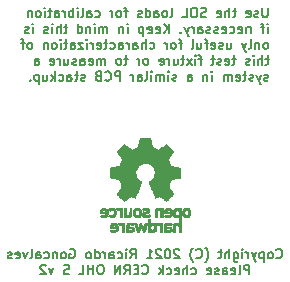
<source format=gbr>
%TF.GenerationSoftware,KiCad,Pcbnew,5.1.9-73d0e3b20d~88~ubuntu20.04.1*%
%TF.CreationDate,2021-03-06T00:26:18+00:00*%
%TF.ProjectId,SMA_to_uFL,534d415f-746f-45f7-9546-4c2e6b696361,1.0*%
%TF.SameCoordinates,Original*%
%TF.FileFunction,Legend,Bot*%
%TF.FilePolarity,Positive*%
%FSLAX46Y46*%
G04 Gerber Fmt 4.6, Leading zero omitted, Abs format (unit mm)*
G04 Created by KiCad (PCBNEW 5.1.9-73d0e3b20d~88~ubuntu20.04.1) date 2021-03-06 00:26:18*
%MOMM*%
%LPD*%
G01*
G04 APERTURE LIST*
%ADD10C,0.150000*%
%ADD11C,0.010000*%
G04 APERTURE END LIST*
D10*
X101617809Y-70151714D02*
X101655904Y-70189809D01*
X101770190Y-70227904D01*
X101846380Y-70227904D01*
X101960666Y-70189809D01*
X102036857Y-70113619D01*
X102074952Y-70037428D01*
X102113047Y-69885047D01*
X102113047Y-69770761D01*
X102074952Y-69618380D01*
X102036857Y-69542190D01*
X101960666Y-69466000D01*
X101846380Y-69427904D01*
X101770190Y-69427904D01*
X101655904Y-69466000D01*
X101617809Y-69504095D01*
X101160666Y-70227904D02*
X101236857Y-70189809D01*
X101274952Y-70151714D01*
X101313047Y-70075523D01*
X101313047Y-69846952D01*
X101274952Y-69770761D01*
X101236857Y-69732666D01*
X101160666Y-69694571D01*
X101046380Y-69694571D01*
X100970190Y-69732666D01*
X100932095Y-69770761D01*
X100894000Y-69846952D01*
X100894000Y-70075523D01*
X100932095Y-70151714D01*
X100970190Y-70189809D01*
X101046380Y-70227904D01*
X101160666Y-70227904D01*
X100551142Y-69694571D02*
X100551142Y-70494571D01*
X100551142Y-69732666D02*
X100474952Y-69694571D01*
X100322571Y-69694571D01*
X100246380Y-69732666D01*
X100208285Y-69770761D01*
X100170190Y-69846952D01*
X100170190Y-70075523D01*
X100208285Y-70151714D01*
X100246380Y-70189809D01*
X100322571Y-70227904D01*
X100474952Y-70227904D01*
X100551142Y-70189809D01*
X99903523Y-69694571D02*
X99713047Y-70227904D01*
X99522571Y-69694571D02*
X99713047Y-70227904D01*
X99789238Y-70418380D01*
X99827333Y-70456476D01*
X99903523Y-70494571D01*
X99217809Y-70227904D02*
X99217809Y-69694571D01*
X99217809Y-69846952D02*
X99179714Y-69770761D01*
X99141619Y-69732666D01*
X99065428Y-69694571D01*
X98989238Y-69694571D01*
X98722571Y-70227904D02*
X98722571Y-69694571D01*
X98722571Y-69427904D02*
X98760666Y-69466000D01*
X98722571Y-69504095D01*
X98684476Y-69466000D01*
X98722571Y-69427904D01*
X98722571Y-69504095D01*
X97998761Y-69694571D02*
X97998761Y-70342190D01*
X98036857Y-70418380D01*
X98074952Y-70456476D01*
X98151142Y-70494571D01*
X98265428Y-70494571D01*
X98341619Y-70456476D01*
X97998761Y-70189809D02*
X98074952Y-70227904D01*
X98227333Y-70227904D01*
X98303523Y-70189809D01*
X98341619Y-70151714D01*
X98379714Y-70075523D01*
X98379714Y-69846952D01*
X98341619Y-69770761D01*
X98303523Y-69732666D01*
X98227333Y-69694571D01*
X98074952Y-69694571D01*
X97998761Y-69732666D01*
X97617809Y-70227904D02*
X97617809Y-69427904D01*
X97274952Y-70227904D02*
X97274952Y-69808857D01*
X97313047Y-69732666D01*
X97389238Y-69694571D01*
X97503523Y-69694571D01*
X97579714Y-69732666D01*
X97617809Y-69770761D01*
X97008285Y-69694571D02*
X96703523Y-69694571D01*
X96894000Y-69427904D02*
X96894000Y-70113619D01*
X96855904Y-70189809D01*
X96779714Y-70227904D01*
X96703523Y-70227904D01*
X95598761Y-70532666D02*
X95636857Y-70494571D01*
X95713047Y-70380285D01*
X95751142Y-70304095D01*
X95789238Y-70189809D01*
X95827333Y-69999333D01*
X95827333Y-69846952D01*
X95789238Y-69656476D01*
X95751142Y-69542190D01*
X95713047Y-69466000D01*
X95636857Y-69351714D01*
X95598761Y-69313619D01*
X94836857Y-70151714D02*
X94874952Y-70189809D01*
X94989238Y-70227904D01*
X95065428Y-70227904D01*
X95179714Y-70189809D01*
X95255904Y-70113619D01*
X95294000Y-70037428D01*
X95332095Y-69885047D01*
X95332095Y-69770761D01*
X95294000Y-69618380D01*
X95255904Y-69542190D01*
X95179714Y-69466000D01*
X95065428Y-69427904D01*
X94989238Y-69427904D01*
X94874952Y-69466000D01*
X94836857Y-69504095D01*
X94570190Y-70532666D02*
X94532095Y-70494571D01*
X94455904Y-70380285D01*
X94417809Y-70304095D01*
X94379714Y-70189809D01*
X94341619Y-69999333D01*
X94341619Y-69846952D01*
X94379714Y-69656476D01*
X94417809Y-69542190D01*
X94455904Y-69466000D01*
X94532095Y-69351714D01*
X94570190Y-69313619D01*
X93389238Y-69504095D02*
X93351142Y-69466000D01*
X93274952Y-69427904D01*
X93084476Y-69427904D01*
X93008285Y-69466000D01*
X92970190Y-69504095D01*
X92932095Y-69580285D01*
X92932095Y-69656476D01*
X92970190Y-69770761D01*
X93427333Y-70227904D01*
X92932095Y-70227904D01*
X92436857Y-69427904D02*
X92360666Y-69427904D01*
X92284476Y-69466000D01*
X92246380Y-69504095D01*
X92208285Y-69580285D01*
X92170190Y-69732666D01*
X92170190Y-69923142D01*
X92208285Y-70075523D01*
X92246380Y-70151714D01*
X92284476Y-70189809D01*
X92360666Y-70227904D01*
X92436857Y-70227904D01*
X92513047Y-70189809D01*
X92551142Y-70151714D01*
X92589238Y-70075523D01*
X92627333Y-69923142D01*
X92627333Y-69732666D01*
X92589238Y-69580285D01*
X92551142Y-69504095D01*
X92513047Y-69466000D01*
X92436857Y-69427904D01*
X91865428Y-69504095D02*
X91827333Y-69466000D01*
X91751142Y-69427904D01*
X91560666Y-69427904D01*
X91484476Y-69466000D01*
X91446380Y-69504095D01*
X91408285Y-69580285D01*
X91408285Y-69656476D01*
X91446380Y-69770761D01*
X91903523Y-70227904D01*
X91408285Y-70227904D01*
X90646380Y-70227904D02*
X91103523Y-70227904D01*
X90874952Y-70227904D02*
X90874952Y-69427904D01*
X90951142Y-69542190D01*
X91027333Y-69618380D01*
X91103523Y-69656476D01*
X89236857Y-70227904D02*
X89503523Y-69846952D01*
X89694000Y-70227904D02*
X89694000Y-69427904D01*
X89389238Y-69427904D01*
X89313047Y-69466000D01*
X89274952Y-69504095D01*
X89236857Y-69580285D01*
X89236857Y-69694571D01*
X89274952Y-69770761D01*
X89313047Y-69808857D01*
X89389238Y-69846952D01*
X89694000Y-69846952D01*
X88894000Y-70227904D02*
X88894000Y-69694571D01*
X88894000Y-69427904D02*
X88932095Y-69466000D01*
X88894000Y-69504095D01*
X88855904Y-69466000D01*
X88894000Y-69427904D01*
X88894000Y-69504095D01*
X88170190Y-70189809D02*
X88246380Y-70227904D01*
X88398761Y-70227904D01*
X88474952Y-70189809D01*
X88513047Y-70151714D01*
X88551142Y-70075523D01*
X88551142Y-69846952D01*
X88513047Y-69770761D01*
X88474952Y-69732666D01*
X88398761Y-69694571D01*
X88246380Y-69694571D01*
X88170190Y-69732666D01*
X87484476Y-70227904D02*
X87484476Y-69808857D01*
X87522571Y-69732666D01*
X87598761Y-69694571D01*
X87751142Y-69694571D01*
X87827333Y-69732666D01*
X87484476Y-70189809D02*
X87560666Y-70227904D01*
X87751142Y-70227904D01*
X87827333Y-70189809D01*
X87865428Y-70113619D01*
X87865428Y-70037428D01*
X87827333Y-69961238D01*
X87751142Y-69923142D01*
X87560666Y-69923142D01*
X87484476Y-69885047D01*
X87103523Y-70227904D02*
X87103523Y-69694571D01*
X87103523Y-69846952D02*
X87065428Y-69770761D01*
X87027333Y-69732666D01*
X86951142Y-69694571D01*
X86874952Y-69694571D01*
X86265428Y-70227904D02*
X86265428Y-69427904D01*
X86265428Y-70189809D02*
X86341619Y-70227904D01*
X86494000Y-70227904D01*
X86570190Y-70189809D01*
X86608285Y-70151714D01*
X86646380Y-70075523D01*
X86646380Y-69846952D01*
X86608285Y-69770761D01*
X86570190Y-69732666D01*
X86494000Y-69694571D01*
X86341619Y-69694571D01*
X86265428Y-69732666D01*
X85770190Y-70227904D02*
X85846380Y-70189809D01*
X85884476Y-70151714D01*
X85922571Y-70075523D01*
X85922571Y-69846952D01*
X85884476Y-69770761D01*
X85846380Y-69732666D01*
X85770190Y-69694571D01*
X85655904Y-69694571D01*
X85579714Y-69732666D01*
X85541619Y-69770761D01*
X85503523Y-69846952D01*
X85503523Y-70075523D01*
X85541619Y-70151714D01*
X85579714Y-70189809D01*
X85655904Y-70227904D01*
X85770190Y-70227904D01*
X84132095Y-69466000D02*
X84208285Y-69427904D01*
X84322571Y-69427904D01*
X84436857Y-69466000D01*
X84513047Y-69542190D01*
X84551142Y-69618380D01*
X84589238Y-69770761D01*
X84589238Y-69885047D01*
X84551142Y-70037428D01*
X84513047Y-70113619D01*
X84436857Y-70189809D01*
X84322571Y-70227904D01*
X84246380Y-70227904D01*
X84132095Y-70189809D01*
X84094000Y-70151714D01*
X84094000Y-69885047D01*
X84246380Y-69885047D01*
X83636857Y-70227904D02*
X83713047Y-70189809D01*
X83751142Y-70151714D01*
X83789238Y-70075523D01*
X83789238Y-69846952D01*
X83751142Y-69770761D01*
X83713047Y-69732666D01*
X83636857Y-69694571D01*
X83522571Y-69694571D01*
X83446380Y-69732666D01*
X83408285Y-69770761D01*
X83370190Y-69846952D01*
X83370190Y-70075523D01*
X83408285Y-70151714D01*
X83446380Y-70189809D01*
X83522571Y-70227904D01*
X83636857Y-70227904D01*
X83027333Y-69694571D02*
X83027333Y-70227904D01*
X83027333Y-69770761D02*
X82989238Y-69732666D01*
X82913047Y-69694571D01*
X82798761Y-69694571D01*
X82722571Y-69732666D01*
X82684476Y-69808857D01*
X82684476Y-70227904D01*
X81960666Y-70189809D02*
X82036857Y-70227904D01*
X82189238Y-70227904D01*
X82265428Y-70189809D01*
X82303523Y-70151714D01*
X82341619Y-70075523D01*
X82341619Y-69846952D01*
X82303523Y-69770761D01*
X82265428Y-69732666D01*
X82189238Y-69694571D01*
X82036857Y-69694571D01*
X81960666Y-69732666D01*
X81274952Y-70227904D02*
X81274952Y-69808857D01*
X81313047Y-69732666D01*
X81389238Y-69694571D01*
X81541619Y-69694571D01*
X81617809Y-69732666D01*
X81274952Y-70189809D02*
X81351142Y-70227904D01*
X81541619Y-70227904D01*
X81617809Y-70189809D01*
X81655904Y-70113619D01*
X81655904Y-70037428D01*
X81617809Y-69961238D01*
X81541619Y-69923142D01*
X81351142Y-69923142D01*
X81274952Y-69885047D01*
X80779714Y-70227904D02*
X80855904Y-70189809D01*
X80894000Y-70113619D01*
X80894000Y-69427904D01*
X80551142Y-69694571D02*
X80360666Y-70227904D01*
X80170190Y-69694571D01*
X79560666Y-70189809D02*
X79636857Y-70227904D01*
X79789238Y-70227904D01*
X79865428Y-70189809D01*
X79903523Y-70113619D01*
X79903523Y-69808857D01*
X79865428Y-69732666D01*
X79789238Y-69694571D01*
X79636857Y-69694571D01*
X79560666Y-69732666D01*
X79522571Y-69808857D01*
X79522571Y-69885047D01*
X79903523Y-69961238D01*
X79217809Y-70189809D02*
X79141619Y-70227904D01*
X78989238Y-70227904D01*
X78913047Y-70189809D01*
X78874952Y-70113619D01*
X78874952Y-70075523D01*
X78913047Y-69999333D01*
X78989238Y-69961238D01*
X79103523Y-69961238D01*
X79179714Y-69923142D01*
X79217809Y-69846952D01*
X79217809Y-69808857D01*
X79179714Y-69732666D01*
X79103523Y-69694571D01*
X78989238Y-69694571D01*
X78913047Y-69732666D01*
X99332095Y-71577904D02*
X99332095Y-70777904D01*
X99027333Y-70777904D01*
X98951142Y-70816000D01*
X98913047Y-70854095D01*
X98874952Y-70930285D01*
X98874952Y-71044571D01*
X98913047Y-71120761D01*
X98951142Y-71158857D01*
X99027333Y-71196952D01*
X99332095Y-71196952D01*
X98417809Y-71577904D02*
X98494000Y-71539809D01*
X98532095Y-71463619D01*
X98532095Y-70777904D01*
X97808285Y-71539809D02*
X97884476Y-71577904D01*
X98036857Y-71577904D01*
X98113047Y-71539809D01*
X98151142Y-71463619D01*
X98151142Y-71158857D01*
X98113047Y-71082666D01*
X98036857Y-71044571D01*
X97884476Y-71044571D01*
X97808285Y-71082666D01*
X97770190Y-71158857D01*
X97770190Y-71235047D01*
X98151142Y-71311238D01*
X97084476Y-71577904D02*
X97084476Y-71158857D01*
X97122571Y-71082666D01*
X97198761Y-71044571D01*
X97351142Y-71044571D01*
X97427333Y-71082666D01*
X97084476Y-71539809D02*
X97160666Y-71577904D01*
X97351142Y-71577904D01*
X97427333Y-71539809D01*
X97465428Y-71463619D01*
X97465428Y-71387428D01*
X97427333Y-71311238D01*
X97351142Y-71273142D01*
X97160666Y-71273142D01*
X97084476Y-71235047D01*
X96741619Y-71539809D02*
X96665428Y-71577904D01*
X96513047Y-71577904D01*
X96436857Y-71539809D01*
X96398761Y-71463619D01*
X96398761Y-71425523D01*
X96436857Y-71349333D01*
X96513047Y-71311238D01*
X96627333Y-71311238D01*
X96703523Y-71273142D01*
X96741619Y-71196952D01*
X96741619Y-71158857D01*
X96703523Y-71082666D01*
X96627333Y-71044571D01*
X96513047Y-71044571D01*
X96436857Y-71082666D01*
X95751142Y-71539809D02*
X95827333Y-71577904D01*
X95979714Y-71577904D01*
X96055904Y-71539809D01*
X96094000Y-71463619D01*
X96094000Y-71158857D01*
X96055904Y-71082666D01*
X95979714Y-71044571D01*
X95827333Y-71044571D01*
X95751142Y-71082666D01*
X95713047Y-71158857D01*
X95713047Y-71235047D01*
X96094000Y-71311238D01*
X94417809Y-71539809D02*
X94494000Y-71577904D01*
X94646380Y-71577904D01*
X94722571Y-71539809D01*
X94760666Y-71501714D01*
X94798761Y-71425523D01*
X94798761Y-71196952D01*
X94760666Y-71120761D01*
X94722571Y-71082666D01*
X94646380Y-71044571D01*
X94494000Y-71044571D01*
X94417809Y-71082666D01*
X94074952Y-71577904D02*
X94074952Y-70777904D01*
X93732095Y-71577904D02*
X93732095Y-71158857D01*
X93770190Y-71082666D01*
X93846380Y-71044571D01*
X93960666Y-71044571D01*
X94036857Y-71082666D01*
X94074952Y-71120761D01*
X93046380Y-71539809D02*
X93122571Y-71577904D01*
X93274952Y-71577904D01*
X93351142Y-71539809D01*
X93389238Y-71463619D01*
X93389238Y-71158857D01*
X93351142Y-71082666D01*
X93274952Y-71044571D01*
X93122571Y-71044571D01*
X93046380Y-71082666D01*
X93008285Y-71158857D01*
X93008285Y-71235047D01*
X93389238Y-71311238D01*
X92322571Y-71539809D02*
X92398761Y-71577904D01*
X92551142Y-71577904D01*
X92627333Y-71539809D01*
X92665428Y-71501714D01*
X92703523Y-71425523D01*
X92703523Y-71196952D01*
X92665428Y-71120761D01*
X92627333Y-71082666D01*
X92551142Y-71044571D01*
X92398761Y-71044571D01*
X92322571Y-71082666D01*
X91979714Y-71577904D02*
X91979714Y-70777904D01*
X91903523Y-71273142D02*
X91674952Y-71577904D01*
X91674952Y-71044571D02*
X91979714Y-71349333D01*
X90265428Y-71501714D02*
X90303523Y-71539809D01*
X90417809Y-71577904D01*
X90494000Y-71577904D01*
X90608285Y-71539809D01*
X90684476Y-71463619D01*
X90722571Y-71387428D01*
X90760666Y-71235047D01*
X90760666Y-71120761D01*
X90722571Y-70968380D01*
X90684476Y-70892190D01*
X90608285Y-70816000D01*
X90494000Y-70777904D01*
X90417809Y-70777904D01*
X90303523Y-70816000D01*
X90265428Y-70854095D01*
X89922571Y-71158857D02*
X89655904Y-71158857D01*
X89541619Y-71577904D02*
X89922571Y-71577904D01*
X89922571Y-70777904D01*
X89541619Y-70777904D01*
X88741619Y-71577904D02*
X89008285Y-71196952D01*
X89198761Y-71577904D02*
X89198761Y-70777904D01*
X88894000Y-70777904D01*
X88817809Y-70816000D01*
X88779714Y-70854095D01*
X88741619Y-70930285D01*
X88741619Y-71044571D01*
X88779714Y-71120761D01*
X88817809Y-71158857D01*
X88894000Y-71196952D01*
X89198761Y-71196952D01*
X88398761Y-71577904D02*
X88398761Y-70777904D01*
X87941619Y-71577904D01*
X87941619Y-70777904D01*
X86798761Y-70777904D02*
X86646380Y-70777904D01*
X86570190Y-70816000D01*
X86494000Y-70892190D01*
X86455904Y-71044571D01*
X86455904Y-71311238D01*
X86494000Y-71463619D01*
X86570190Y-71539809D01*
X86646380Y-71577904D01*
X86798761Y-71577904D01*
X86874952Y-71539809D01*
X86951142Y-71463619D01*
X86989238Y-71311238D01*
X86989238Y-71044571D01*
X86951142Y-70892190D01*
X86874952Y-70816000D01*
X86798761Y-70777904D01*
X86113047Y-71577904D02*
X86113047Y-70777904D01*
X86113047Y-71158857D02*
X85655904Y-71158857D01*
X85655904Y-71577904D02*
X85655904Y-70777904D01*
X84894000Y-71577904D02*
X85274952Y-71577904D01*
X85274952Y-70777904D01*
X84055904Y-71539809D02*
X83941619Y-71577904D01*
X83751142Y-71577904D01*
X83674952Y-71539809D01*
X83636857Y-71501714D01*
X83598761Y-71425523D01*
X83598761Y-71349333D01*
X83636857Y-71273142D01*
X83674952Y-71235047D01*
X83751142Y-71196952D01*
X83903523Y-71158857D01*
X83979714Y-71120761D01*
X84017809Y-71082666D01*
X84055904Y-71006476D01*
X84055904Y-70930285D01*
X84017809Y-70854095D01*
X83979714Y-70816000D01*
X83903523Y-70777904D01*
X83713047Y-70777904D01*
X83598761Y-70816000D01*
X82722571Y-71044571D02*
X82532095Y-71577904D01*
X82341619Y-71044571D01*
X82074952Y-70854095D02*
X82036857Y-70816000D01*
X81960666Y-70777904D01*
X81770190Y-70777904D01*
X81694000Y-70816000D01*
X81655904Y-70854095D01*
X81617809Y-70930285D01*
X81617809Y-71006476D01*
X81655904Y-71120761D01*
X82113047Y-71577904D01*
X81617809Y-71577904D01*
X100874023Y-48987904D02*
X100874023Y-49635523D01*
X100835928Y-49711714D01*
X100797833Y-49749809D01*
X100721642Y-49787904D01*
X100569261Y-49787904D01*
X100493071Y-49749809D01*
X100454976Y-49711714D01*
X100416880Y-49635523D01*
X100416880Y-48987904D01*
X100074023Y-49749809D02*
X99997833Y-49787904D01*
X99845452Y-49787904D01*
X99769261Y-49749809D01*
X99731166Y-49673619D01*
X99731166Y-49635523D01*
X99769261Y-49559333D01*
X99845452Y-49521238D01*
X99959738Y-49521238D01*
X100035928Y-49483142D01*
X100074023Y-49406952D01*
X100074023Y-49368857D01*
X100035928Y-49292666D01*
X99959738Y-49254571D01*
X99845452Y-49254571D01*
X99769261Y-49292666D01*
X99083547Y-49749809D02*
X99159738Y-49787904D01*
X99312119Y-49787904D01*
X99388309Y-49749809D01*
X99426404Y-49673619D01*
X99426404Y-49368857D01*
X99388309Y-49292666D01*
X99312119Y-49254571D01*
X99159738Y-49254571D01*
X99083547Y-49292666D01*
X99045452Y-49368857D01*
X99045452Y-49445047D01*
X99426404Y-49521238D01*
X98207357Y-49254571D02*
X97902595Y-49254571D01*
X98093071Y-48987904D02*
X98093071Y-49673619D01*
X98054976Y-49749809D01*
X97978785Y-49787904D01*
X97902595Y-49787904D01*
X97635928Y-49787904D02*
X97635928Y-48987904D01*
X97293071Y-49787904D02*
X97293071Y-49368857D01*
X97331166Y-49292666D01*
X97407357Y-49254571D01*
X97521642Y-49254571D01*
X97597833Y-49292666D01*
X97635928Y-49330761D01*
X96607357Y-49749809D02*
X96683547Y-49787904D01*
X96835928Y-49787904D01*
X96912119Y-49749809D01*
X96950214Y-49673619D01*
X96950214Y-49368857D01*
X96912119Y-49292666D01*
X96835928Y-49254571D01*
X96683547Y-49254571D01*
X96607357Y-49292666D01*
X96569261Y-49368857D01*
X96569261Y-49445047D01*
X96950214Y-49521238D01*
X95654976Y-49749809D02*
X95540690Y-49787904D01*
X95350214Y-49787904D01*
X95274023Y-49749809D01*
X95235928Y-49711714D01*
X95197833Y-49635523D01*
X95197833Y-49559333D01*
X95235928Y-49483142D01*
X95274023Y-49445047D01*
X95350214Y-49406952D01*
X95502595Y-49368857D01*
X95578785Y-49330761D01*
X95616880Y-49292666D01*
X95654976Y-49216476D01*
X95654976Y-49140285D01*
X95616880Y-49064095D01*
X95578785Y-49026000D01*
X95502595Y-48987904D01*
X95312119Y-48987904D01*
X95197833Y-49026000D01*
X94702595Y-48987904D02*
X94550214Y-48987904D01*
X94474023Y-49026000D01*
X94397833Y-49102190D01*
X94359738Y-49254571D01*
X94359738Y-49521238D01*
X94397833Y-49673619D01*
X94474023Y-49749809D01*
X94550214Y-49787904D01*
X94702595Y-49787904D01*
X94778785Y-49749809D01*
X94854976Y-49673619D01*
X94893071Y-49521238D01*
X94893071Y-49254571D01*
X94854976Y-49102190D01*
X94778785Y-49026000D01*
X94702595Y-48987904D01*
X93635928Y-49787904D02*
X94016880Y-49787904D01*
X94016880Y-48987904D01*
X92645452Y-49787904D02*
X92721642Y-49749809D01*
X92759738Y-49673619D01*
X92759738Y-48987904D01*
X92226404Y-49787904D02*
X92302595Y-49749809D01*
X92340690Y-49711714D01*
X92378785Y-49635523D01*
X92378785Y-49406952D01*
X92340690Y-49330761D01*
X92302595Y-49292666D01*
X92226404Y-49254571D01*
X92112119Y-49254571D01*
X92035928Y-49292666D01*
X91997833Y-49330761D01*
X91959738Y-49406952D01*
X91959738Y-49635523D01*
X91997833Y-49711714D01*
X92035928Y-49749809D01*
X92112119Y-49787904D01*
X92226404Y-49787904D01*
X91274023Y-49787904D02*
X91274023Y-49368857D01*
X91312119Y-49292666D01*
X91388309Y-49254571D01*
X91540690Y-49254571D01*
X91616880Y-49292666D01*
X91274023Y-49749809D02*
X91350214Y-49787904D01*
X91540690Y-49787904D01*
X91616880Y-49749809D01*
X91654976Y-49673619D01*
X91654976Y-49597428D01*
X91616880Y-49521238D01*
X91540690Y-49483142D01*
X91350214Y-49483142D01*
X91274023Y-49445047D01*
X90550214Y-49787904D02*
X90550214Y-48987904D01*
X90550214Y-49749809D02*
X90626404Y-49787904D01*
X90778785Y-49787904D01*
X90854976Y-49749809D01*
X90893071Y-49711714D01*
X90931166Y-49635523D01*
X90931166Y-49406952D01*
X90893071Y-49330761D01*
X90854976Y-49292666D01*
X90778785Y-49254571D01*
X90626404Y-49254571D01*
X90550214Y-49292666D01*
X90207357Y-49749809D02*
X90131166Y-49787904D01*
X89978785Y-49787904D01*
X89902595Y-49749809D01*
X89864500Y-49673619D01*
X89864500Y-49635523D01*
X89902595Y-49559333D01*
X89978785Y-49521238D01*
X90093071Y-49521238D01*
X90169261Y-49483142D01*
X90207357Y-49406952D01*
X90207357Y-49368857D01*
X90169261Y-49292666D01*
X90093071Y-49254571D01*
X89978785Y-49254571D01*
X89902595Y-49292666D01*
X89026404Y-49254571D02*
X88721642Y-49254571D01*
X88912119Y-49787904D02*
X88912119Y-49102190D01*
X88874023Y-49026000D01*
X88797833Y-48987904D01*
X88721642Y-48987904D01*
X88340690Y-49787904D02*
X88416880Y-49749809D01*
X88454976Y-49711714D01*
X88493071Y-49635523D01*
X88493071Y-49406952D01*
X88454976Y-49330761D01*
X88416880Y-49292666D01*
X88340690Y-49254571D01*
X88226404Y-49254571D01*
X88150214Y-49292666D01*
X88112119Y-49330761D01*
X88074023Y-49406952D01*
X88074023Y-49635523D01*
X88112119Y-49711714D01*
X88150214Y-49749809D01*
X88226404Y-49787904D01*
X88340690Y-49787904D01*
X87731166Y-49787904D02*
X87731166Y-49254571D01*
X87731166Y-49406952D02*
X87693071Y-49330761D01*
X87654976Y-49292666D01*
X87578785Y-49254571D01*
X87502595Y-49254571D01*
X86283547Y-49749809D02*
X86359738Y-49787904D01*
X86512119Y-49787904D01*
X86588309Y-49749809D01*
X86626404Y-49711714D01*
X86664500Y-49635523D01*
X86664500Y-49406952D01*
X86626404Y-49330761D01*
X86588309Y-49292666D01*
X86512119Y-49254571D01*
X86359738Y-49254571D01*
X86283547Y-49292666D01*
X85597833Y-49787904D02*
X85597833Y-49368857D01*
X85635928Y-49292666D01*
X85712119Y-49254571D01*
X85864500Y-49254571D01*
X85940690Y-49292666D01*
X85597833Y-49749809D02*
X85674023Y-49787904D01*
X85864500Y-49787904D01*
X85940690Y-49749809D01*
X85978785Y-49673619D01*
X85978785Y-49597428D01*
X85940690Y-49521238D01*
X85864500Y-49483142D01*
X85674023Y-49483142D01*
X85597833Y-49445047D01*
X85102595Y-49787904D02*
X85178785Y-49749809D01*
X85216880Y-49673619D01*
X85216880Y-48987904D01*
X84797833Y-49787904D02*
X84797833Y-49254571D01*
X84797833Y-48987904D02*
X84835928Y-49026000D01*
X84797833Y-49064095D01*
X84759738Y-49026000D01*
X84797833Y-48987904D01*
X84797833Y-49064095D01*
X84416880Y-49787904D02*
X84416880Y-48987904D01*
X84416880Y-49292666D02*
X84340690Y-49254571D01*
X84188309Y-49254571D01*
X84112119Y-49292666D01*
X84074023Y-49330761D01*
X84035928Y-49406952D01*
X84035928Y-49635523D01*
X84074023Y-49711714D01*
X84112119Y-49749809D01*
X84188309Y-49787904D01*
X84340690Y-49787904D01*
X84416880Y-49749809D01*
X83693071Y-49787904D02*
X83693071Y-49254571D01*
X83693071Y-49406952D02*
X83654976Y-49330761D01*
X83616880Y-49292666D01*
X83540690Y-49254571D01*
X83464500Y-49254571D01*
X82854976Y-49787904D02*
X82854976Y-49368857D01*
X82893071Y-49292666D01*
X82969261Y-49254571D01*
X83121642Y-49254571D01*
X83197833Y-49292666D01*
X82854976Y-49749809D02*
X82931166Y-49787904D01*
X83121642Y-49787904D01*
X83197833Y-49749809D01*
X83235928Y-49673619D01*
X83235928Y-49597428D01*
X83197833Y-49521238D01*
X83121642Y-49483142D01*
X82931166Y-49483142D01*
X82854976Y-49445047D01*
X82588309Y-49254571D02*
X82283547Y-49254571D01*
X82474023Y-48987904D02*
X82474023Y-49673619D01*
X82435928Y-49749809D01*
X82359738Y-49787904D01*
X82283547Y-49787904D01*
X82016880Y-49787904D02*
X82016880Y-49254571D01*
X82016880Y-48987904D02*
X82054976Y-49026000D01*
X82016880Y-49064095D01*
X81978785Y-49026000D01*
X82016880Y-48987904D01*
X82016880Y-49064095D01*
X81521642Y-49787904D02*
X81597833Y-49749809D01*
X81635928Y-49711714D01*
X81674023Y-49635523D01*
X81674023Y-49406952D01*
X81635928Y-49330761D01*
X81597833Y-49292666D01*
X81521642Y-49254571D01*
X81407357Y-49254571D01*
X81331166Y-49292666D01*
X81293071Y-49330761D01*
X81254976Y-49406952D01*
X81254976Y-49635523D01*
X81293071Y-49711714D01*
X81331166Y-49749809D01*
X81407357Y-49787904D01*
X81521642Y-49787904D01*
X80912119Y-49254571D02*
X80912119Y-49787904D01*
X80912119Y-49330761D02*
X80874023Y-49292666D01*
X80797833Y-49254571D01*
X80683547Y-49254571D01*
X80607357Y-49292666D01*
X80569261Y-49368857D01*
X80569261Y-49787904D01*
X100874023Y-51137904D02*
X100874023Y-50604571D01*
X100874023Y-50337904D02*
X100912119Y-50376000D01*
X100874023Y-50414095D01*
X100835928Y-50376000D01*
X100874023Y-50337904D01*
X100874023Y-50414095D01*
X100607357Y-50604571D02*
X100302595Y-50604571D01*
X100493071Y-51137904D02*
X100493071Y-50452190D01*
X100454976Y-50376000D01*
X100378785Y-50337904D01*
X100302595Y-50337904D01*
X99426404Y-50604571D02*
X99426404Y-51137904D01*
X99426404Y-50680761D02*
X99388309Y-50642666D01*
X99312119Y-50604571D01*
X99197833Y-50604571D01*
X99121642Y-50642666D01*
X99083547Y-50718857D01*
X99083547Y-51137904D01*
X98397833Y-51099809D02*
X98474023Y-51137904D01*
X98626404Y-51137904D01*
X98702595Y-51099809D01*
X98740690Y-51023619D01*
X98740690Y-50718857D01*
X98702595Y-50642666D01*
X98626404Y-50604571D01*
X98474023Y-50604571D01*
X98397833Y-50642666D01*
X98359738Y-50718857D01*
X98359738Y-50795047D01*
X98740690Y-50871238D01*
X97674023Y-51099809D02*
X97750214Y-51137904D01*
X97902595Y-51137904D01*
X97978785Y-51099809D01*
X98016880Y-51061714D01*
X98054976Y-50985523D01*
X98054976Y-50756952D01*
X98016880Y-50680761D01*
X97978785Y-50642666D01*
X97902595Y-50604571D01*
X97750214Y-50604571D01*
X97674023Y-50642666D01*
X97026404Y-51099809D02*
X97102595Y-51137904D01*
X97254976Y-51137904D01*
X97331166Y-51099809D01*
X97369261Y-51023619D01*
X97369261Y-50718857D01*
X97331166Y-50642666D01*
X97254976Y-50604571D01*
X97102595Y-50604571D01*
X97026404Y-50642666D01*
X96988309Y-50718857D01*
X96988309Y-50795047D01*
X97369261Y-50871238D01*
X96683547Y-51099809D02*
X96607357Y-51137904D01*
X96454976Y-51137904D01*
X96378785Y-51099809D01*
X96340690Y-51023619D01*
X96340690Y-50985523D01*
X96378785Y-50909333D01*
X96454976Y-50871238D01*
X96569261Y-50871238D01*
X96645452Y-50833142D01*
X96683547Y-50756952D01*
X96683547Y-50718857D01*
X96645452Y-50642666D01*
X96569261Y-50604571D01*
X96454976Y-50604571D01*
X96378785Y-50642666D01*
X96035928Y-51099809D02*
X95959738Y-51137904D01*
X95807357Y-51137904D01*
X95731166Y-51099809D01*
X95693071Y-51023619D01*
X95693071Y-50985523D01*
X95731166Y-50909333D01*
X95807357Y-50871238D01*
X95921642Y-50871238D01*
X95997833Y-50833142D01*
X96035928Y-50756952D01*
X96035928Y-50718857D01*
X95997833Y-50642666D01*
X95921642Y-50604571D01*
X95807357Y-50604571D01*
X95731166Y-50642666D01*
X95007357Y-51137904D02*
X95007357Y-50718857D01*
X95045452Y-50642666D01*
X95121642Y-50604571D01*
X95274023Y-50604571D01*
X95350214Y-50642666D01*
X95007357Y-51099809D02*
X95083547Y-51137904D01*
X95274023Y-51137904D01*
X95350214Y-51099809D01*
X95388309Y-51023619D01*
X95388309Y-50947428D01*
X95350214Y-50871238D01*
X95274023Y-50833142D01*
X95083547Y-50833142D01*
X95007357Y-50795047D01*
X94626404Y-51137904D02*
X94626404Y-50604571D01*
X94626404Y-50756952D02*
X94588309Y-50680761D01*
X94550214Y-50642666D01*
X94474023Y-50604571D01*
X94397833Y-50604571D01*
X94207357Y-50604571D02*
X94016880Y-51137904D01*
X93826404Y-50604571D02*
X94016880Y-51137904D01*
X94093071Y-51328380D01*
X94131166Y-51366476D01*
X94207357Y-51404571D01*
X93521642Y-51061714D02*
X93483547Y-51099809D01*
X93521642Y-51137904D01*
X93559738Y-51099809D01*
X93521642Y-51061714D01*
X93521642Y-51137904D01*
X92531166Y-51137904D02*
X92531166Y-50337904D01*
X92074023Y-51137904D02*
X92416880Y-50680761D01*
X92074023Y-50337904D02*
X92531166Y-50795047D01*
X91426404Y-51099809D02*
X91502595Y-51137904D01*
X91654976Y-51137904D01*
X91731166Y-51099809D01*
X91769261Y-51023619D01*
X91769261Y-50718857D01*
X91731166Y-50642666D01*
X91654976Y-50604571D01*
X91502595Y-50604571D01*
X91426404Y-50642666D01*
X91388309Y-50718857D01*
X91388309Y-50795047D01*
X91769261Y-50871238D01*
X90740690Y-51099809D02*
X90816880Y-51137904D01*
X90969261Y-51137904D01*
X91045452Y-51099809D01*
X91083547Y-51023619D01*
X91083547Y-50718857D01*
X91045452Y-50642666D01*
X90969261Y-50604571D01*
X90816880Y-50604571D01*
X90740690Y-50642666D01*
X90702595Y-50718857D01*
X90702595Y-50795047D01*
X91083547Y-50871238D01*
X90359738Y-50604571D02*
X90359738Y-51404571D01*
X90359738Y-50642666D02*
X90283547Y-50604571D01*
X90131166Y-50604571D01*
X90054976Y-50642666D01*
X90016880Y-50680761D01*
X89978785Y-50756952D01*
X89978785Y-50985523D01*
X90016880Y-51061714D01*
X90054976Y-51099809D01*
X90131166Y-51137904D01*
X90283547Y-51137904D01*
X90359738Y-51099809D01*
X89026404Y-51137904D02*
X89026404Y-50604571D01*
X89026404Y-50337904D02*
X89064500Y-50376000D01*
X89026404Y-50414095D01*
X88988309Y-50376000D01*
X89026404Y-50337904D01*
X89026404Y-50414095D01*
X88645452Y-50604571D02*
X88645452Y-51137904D01*
X88645452Y-50680761D02*
X88607357Y-50642666D01*
X88531166Y-50604571D01*
X88416880Y-50604571D01*
X88340690Y-50642666D01*
X88302595Y-50718857D01*
X88302595Y-51137904D01*
X87312119Y-51137904D02*
X87312119Y-50604571D01*
X87312119Y-50680761D02*
X87274023Y-50642666D01*
X87197833Y-50604571D01*
X87083547Y-50604571D01*
X87007357Y-50642666D01*
X86969261Y-50718857D01*
X86969261Y-51137904D01*
X86969261Y-50718857D02*
X86931166Y-50642666D01*
X86854976Y-50604571D01*
X86740690Y-50604571D01*
X86664500Y-50642666D01*
X86626404Y-50718857D01*
X86626404Y-51137904D01*
X86245452Y-51137904D02*
X86245452Y-50604571D01*
X86245452Y-50337904D02*
X86283547Y-50376000D01*
X86245452Y-50414095D01*
X86207357Y-50376000D01*
X86245452Y-50337904D01*
X86245452Y-50414095D01*
X85864500Y-50604571D02*
X85864500Y-51137904D01*
X85864500Y-50680761D02*
X85826404Y-50642666D01*
X85750214Y-50604571D01*
X85635928Y-50604571D01*
X85559738Y-50642666D01*
X85521642Y-50718857D01*
X85521642Y-51137904D01*
X84797833Y-51137904D02*
X84797833Y-50337904D01*
X84797833Y-51099809D02*
X84874023Y-51137904D01*
X85026404Y-51137904D01*
X85102595Y-51099809D01*
X85140690Y-51061714D01*
X85178785Y-50985523D01*
X85178785Y-50756952D01*
X85140690Y-50680761D01*
X85102595Y-50642666D01*
X85026404Y-50604571D01*
X84874023Y-50604571D01*
X84797833Y-50642666D01*
X83921642Y-50604571D02*
X83616880Y-50604571D01*
X83807357Y-50337904D02*
X83807357Y-51023619D01*
X83769261Y-51099809D01*
X83693071Y-51137904D01*
X83616880Y-51137904D01*
X83350214Y-51137904D02*
X83350214Y-50337904D01*
X83007357Y-51137904D02*
X83007357Y-50718857D01*
X83045452Y-50642666D01*
X83121642Y-50604571D01*
X83235928Y-50604571D01*
X83312119Y-50642666D01*
X83350214Y-50680761D01*
X82626404Y-51137904D02*
X82626404Y-50604571D01*
X82626404Y-50337904D02*
X82664500Y-50376000D01*
X82626404Y-50414095D01*
X82588309Y-50376000D01*
X82626404Y-50337904D01*
X82626404Y-50414095D01*
X82283547Y-51099809D02*
X82207357Y-51137904D01*
X82054976Y-51137904D01*
X81978785Y-51099809D01*
X81940690Y-51023619D01*
X81940690Y-50985523D01*
X81978785Y-50909333D01*
X82054976Y-50871238D01*
X82169261Y-50871238D01*
X82245452Y-50833142D01*
X82283547Y-50756952D01*
X82283547Y-50718857D01*
X82245452Y-50642666D01*
X82169261Y-50604571D01*
X82054976Y-50604571D01*
X81978785Y-50642666D01*
X80988309Y-51137904D02*
X80988309Y-50604571D01*
X80988309Y-50337904D02*
X81026404Y-50376000D01*
X80988309Y-50414095D01*
X80950214Y-50376000D01*
X80988309Y-50337904D01*
X80988309Y-50414095D01*
X80645452Y-51099809D02*
X80569261Y-51137904D01*
X80416880Y-51137904D01*
X80340690Y-51099809D01*
X80302595Y-51023619D01*
X80302595Y-50985523D01*
X80340690Y-50909333D01*
X80416880Y-50871238D01*
X80531166Y-50871238D01*
X80607357Y-50833142D01*
X80645452Y-50756952D01*
X80645452Y-50718857D01*
X80607357Y-50642666D01*
X80531166Y-50604571D01*
X80416880Y-50604571D01*
X80340690Y-50642666D01*
X100759738Y-52487904D02*
X100835928Y-52449809D01*
X100874023Y-52411714D01*
X100912119Y-52335523D01*
X100912119Y-52106952D01*
X100874023Y-52030761D01*
X100835928Y-51992666D01*
X100759738Y-51954571D01*
X100645452Y-51954571D01*
X100569261Y-51992666D01*
X100531166Y-52030761D01*
X100493071Y-52106952D01*
X100493071Y-52335523D01*
X100531166Y-52411714D01*
X100569261Y-52449809D01*
X100645452Y-52487904D01*
X100759738Y-52487904D01*
X100150214Y-51954571D02*
X100150214Y-52487904D01*
X100150214Y-52030761D02*
X100112119Y-51992666D01*
X100035928Y-51954571D01*
X99921642Y-51954571D01*
X99845452Y-51992666D01*
X99807357Y-52068857D01*
X99807357Y-52487904D01*
X99312119Y-52487904D02*
X99388309Y-52449809D01*
X99426404Y-52373619D01*
X99426404Y-51687904D01*
X99083547Y-51954571D02*
X98893071Y-52487904D01*
X98702595Y-51954571D02*
X98893071Y-52487904D01*
X98969261Y-52678380D01*
X99007357Y-52716476D01*
X99083547Y-52754571D01*
X97445452Y-51954571D02*
X97445452Y-52487904D01*
X97788309Y-51954571D02*
X97788309Y-52373619D01*
X97750214Y-52449809D01*
X97674023Y-52487904D01*
X97559738Y-52487904D01*
X97483547Y-52449809D01*
X97445452Y-52411714D01*
X97102595Y-52449809D02*
X97026404Y-52487904D01*
X96874023Y-52487904D01*
X96797833Y-52449809D01*
X96759738Y-52373619D01*
X96759738Y-52335523D01*
X96797833Y-52259333D01*
X96874023Y-52221238D01*
X96988309Y-52221238D01*
X97064500Y-52183142D01*
X97102595Y-52106952D01*
X97102595Y-52068857D01*
X97064500Y-51992666D01*
X96988309Y-51954571D01*
X96874023Y-51954571D01*
X96797833Y-51992666D01*
X96112119Y-52449809D02*
X96188309Y-52487904D01*
X96340690Y-52487904D01*
X96416880Y-52449809D01*
X96454976Y-52373619D01*
X96454976Y-52068857D01*
X96416880Y-51992666D01*
X96340690Y-51954571D01*
X96188309Y-51954571D01*
X96112119Y-51992666D01*
X96074023Y-52068857D01*
X96074023Y-52145047D01*
X96454976Y-52221238D01*
X95845452Y-51954571D02*
X95540690Y-51954571D01*
X95731166Y-52487904D02*
X95731166Y-51802190D01*
X95693071Y-51726000D01*
X95616880Y-51687904D01*
X95540690Y-51687904D01*
X94931166Y-51954571D02*
X94931166Y-52487904D01*
X95274023Y-51954571D02*
X95274023Y-52373619D01*
X95235928Y-52449809D01*
X95159738Y-52487904D01*
X95045452Y-52487904D01*
X94969261Y-52449809D01*
X94931166Y-52411714D01*
X94435928Y-52487904D02*
X94512119Y-52449809D01*
X94550214Y-52373619D01*
X94550214Y-51687904D01*
X93635928Y-51954571D02*
X93331166Y-51954571D01*
X93521642Y-52487904D02*
X93521642Y-51802190D01*
X93483547Y-51726000D01*
X93407357Y-51687904D01*
X93331166Y-51687904D01*
X92950214Y-52487904D02*
X93026404Y-52449809D01*
X93064500Y-52411714D01*
X93102595Y-52335523D01*
X93102595Y-52106952D01*
X93064500Y-52030761D01*
X93026404Y-51992666D01*
X92950214Y-51954571D01*
X92835928Y-51954571D01*
X92759738Y-51992666D01*
X92721642Y-52030761D01*
X92683547Y-52106952D01*
X92683547Y-52335523D01*
X92721642Y-52411714D01*
X92759738Y-52449809D01*
X92835928Y-52487904D01*
X92950214Y-52487904D01*
X92340690Y-52487904D02*
X92340690Y-51954571D01*
X92340690Y-52106952D02*
X92302595Y-52030761D01*
X92264500Y-51992666D01*
X92188309Y-51954571D01*
X92112119Y-51954571D01*
X90893071Y-52449809D02*
X90969261Y-52487904D01*
X91121642Y-52487904D01*
X91197833Y-52449809D01*
X91235928Y-52411714D01*
X91274023Y-52335523D01*
X91274023Y-52106952D01*
X91235928Y-52030761D01*
X91197833Y-51992666D01*
X91121642Y-51954571D01*
X90969261Y-51954571D01*
X90893071Y-51992666D01*
X90550214Y-52487904D02*
X90550214Y-51687904D01*
X90207357Y-52487904D02*
X90207357Y-52068857D01*
X90245452Y-51992666D01*
X90321642Y-51954571D01*
X90435928Y-51954571D01*
X90512119Y-51992666D01*
X90550214Y-52030761D01*
X89483547Y-52487904D02*
X89483547Y-52068857D01*
X89521642Y-51992666D01*
X89597833Y-51954571D01*
X89750214Y-51954571D01*
X89826404Y-51992666D01*
X89483547Y-52449809D02*
X89559738Y-52487904D01*
X89750214Y-52487904D01*
X89826404Y-52449809D01*
X89864500Y-52373619D01*
X89864500Y-52297428D01*
X89826404Y-52221238D01*
X89750214Y-52183142D01*
X89559738Y-52183142D01*
X89483547Y-52145047D01*
X89102595Y-52487904D02*
X89102595Y-51954571D01*
X89102595Y-52106952D02*
X89064500Y-52030761D01*
X89026404Y-51992666D01*
X88950214Y-51954571D01*
X88874023Y-51954571D01*
X88264500Y-52487904D02*
X88264500Y-52068857D01*
X88302595Y-51992666D01*
X88378785Y-51954571D01*
X88531166Y-51954571D01*
X88607357Y-51992666D01*
X88264500Y-52449809D02*
X88340690Y-52487904D01*
X88531166Y-52487904D01*
X88607357Y-52449809D01*
X88645452Y-52373619D01*
X88645452Y-52297428D01*
X88607357Y-52221238D01*
X88531166Y-52183142D01*
X88340690Y-52183142D01*
X88264500Y-52145047D01*
X87540690Y-52449809D02*
X87616880Y-52487904D01*
X87769261Y-52487904D01*
X87845452Y-52449809D01*
X87883547Y-52411714D01*
X87921642Y-52335523D01*
X87921642Y-52106952D01*
X87883547Y-52030761D01*
X87845452Y-51992666D01*
X87769261Y-51954571D01*
X87616880Y-51954571D01*
X87540690Y-51992666D01*
X87312119Y-51954571D02*
X87007357Y-51954571D01*
X87197833Y-51687904D02*
X87197833Y-52373619D01*
X87159738Y-52449809D01*
X87083547Y-52487904D01*
X87007357Y-52487904D01*
X86435928Y-52449809D02*
X86512119Y-52487904D01*
X86664500Y-52487904D01*
X86740690Y-52449809D01*
X86778785Y-52373619D01*
X86778785Y-52068857D01*
X86740690Y-51992666D01*
X86664500Y-51954571D01*
X86512119Y-51954571D01*
X86435928Y-51992666D01*
X86397833Y-52068857D01*
X86397833Y-52145047D01*
X86778785Y-52221238D01*
X86054976Y-52487904D02*
X86054976Y-51954571D01*
X86054976Y-52106952D02*
X86016880Y-52030761D01*
X85978785Y-51992666D01*
X85902595Y-51954571D01*
X85826404Y-51954571D01*
X85559738Y-52487904D02*
X85559738Y-51954571D01*
X85559738Y-51687904D02*
X85597833Y-51726000D01*
X85559738Y-51764095D01*
X85521642Y-51726000D01*
X85559738Y-51687904D01*
X85559738Y-51764095D01*
X85254976Y-51954571D02*
X84835928Y-51954571D01*
X85254976Y-52487904D01*
X84835928Y-52487904D01*
X84188309Y-52487904D02*
X84188309Y-52068857D01*
X84226404Y-51992666D01*
X84302595Y-51954571D01*
X84454976Y-51954571D01*
X84531166Y-51992666D01*
X84188309Y-52449809D02*
X84264500Y-52487904D01*
X84454976Y-52487904D01*
X84531166Y-52449809D01*
X84569261Y-52373619D01*
X84569261Y-52297428D01*
X84531166Y-52221238D01*
X84454976Y-52183142D01*
X84264500Y-52183142D01*
X84188309Y-52145047D01*
X83921642Y-51954571D02*
X83616880Y-51954571D01*
X83807357Y-51687904D02*
X83807357Y-52373619D01*
X83769261Y-52449809D01*
X83693071Y-52487904D01*
X83616880Y-52487904D01*
X83350214Y-52487904D02*
X83350214Y-51954571D01*
X83350214Y-51687904D02*
X83388309Y-51726000D01*
X83350214Y-51764095D01*
X83312119Y-51726000D01*
X83350214Y-51687904D01*
X83350214Y-51764095D01*
X82854976Y-52487904D02*
X82931166Y-52449809D01*
X82969261Y-52411714D01*
X83007357Y-52335523D01*
X83007357Y-52106952D01*
X82969261Y-52030761D01*
X82931166Y-51992666D01*
X82854976Y-51954571D01*
X82740690Y-51954571D01*
X82664500Y-51992666D01*
X82626404Y-52030761D01*
X82588309Y-52106952D01*
X82588309Y-52335523D01*
X82626404Y-52411714D01*
X82664500Y-52449809D01*
X82740690Y-52487904D01*
X82854976Y-52487904D01*
X82245452Y-51954571D02*
X82245452Y-52487904D01*
X82245452Y-52030761D02*
X82207357Y-51992666D01*
X82131166Y-51954571D01*
X82016880Y-51954571D01*
X81940690Y-51992666D01*
X81902595Y-52068857D01*
X81902595Y-52487904D01*
X80797833Y-52487904D02*
X80874023Y-52449809D01*
X80912119Y-52411714D01*
X80950214Y-52335523D01*
X80950214Y-52106952D01*
X80912119Y-52030761D01*
X80874023Y-51992666D01*
X80797833Y-51954571D01*
X80683547Y-51954571D01*
X80607357Y-51992666D01*
X80569261Y-52030761D01*
X80531166Y-52106952D01*
X80531166Y-52335523D01*
X80569261Y-52411714D01*
X80607357Y-52449809D01*
X80683547Y-52487904D01*
X80797833Y-52487904D01*
X80302595Y-51954571D02*
X79997833Y-51954571D01*
X80188309Y-52487904D02*
X80188309Y-51802190D01*
X80150214Y-51726000D01*
X80074023Y-51687904D01*
X79997833Y-51687904D01*
X100988309Y-53304571D02*
X100683547Y-53304571D01*
X100874023Y-53037904D02*
X100874023Y-53723619D01*
X100835928Y-53799809D01*
X100759738Y-53837904D01*
X100683547Y-53837904D01*
X100416880Y-53837904D02*
X100416880Y-53037904D01*
X100074023Y-53837904D02*
X100074023Y-53418857D01*
X100112119Y-53342666D01*
X100188309Y-53304571D01*
X100302595Y-53304571D01*
X100378785Y-53342666D01*
X100416880Y-53380761D01*
X99693071Y-53837904D02*
X99693071Y-53304571D01*
X99693071Y-53037904D02*
X99731166Y-53076000D01*
X99693071Y-53114095D01*
X99654976Y-53076000D01*
X99693071Y-53037904D01*
X99693071Y-53114095D01*
X99350214Y-53799809D02*
X99274023Y-53837904D01*
X99121642Y-53837904D01*
X99045452Y-53799809D01*
X99007357Y-53723619D01*
X99007357Y-53685523D01*
X99045452Y-53609333D01*
X99121642Y-53571238D01*
X99235928Y-53571238D01*
X99312119Y-53533142D01*
X99350214Y-53456952D01*
X99350214Y-53418857D01*
X99312119Y-53342666D01*
X99235928Y-53304571D01*
X99121642Y-53304571D01*
X99045452Y-53342666D01*
X98169261Y-53304571D02*
X97864500Y-53304571D01*
X98054976Y-53037904D02*
X98054976Y-53723619D01*
X98016880Y-53799809D01*
X97940690Y-53837904D01*
X97864500Y-53837904D01*
X97293071Y-53799809D02*
X97369261Y-53837904D01*
X97521642Y-53837904D01*
X97597833Y-53799809D01*
X97635928Y-53723619D01*
X97635928Y-53418857D01*
X97597833Y-53342666D01*
X97521642Y-53304571D01*
X97369261Y-53304571D01*
X97293071Y-53342666D01*
X97254976Y-53418857D01*
X97254976Y-53495047D01*
X97635928Y-53571238D01*
X96950214Y-53799809D02*
X96874023Y-53837904D01*
X96721642Y-53837904D01*
X96645452Y-53799809D01*
X96607357Y-53723619D01*
X96607357Y-53685523D01*
X96645452Y-53609333D01*
X96721642Y-53571238D01*
X96835928Y-53571238D01*
X96912119Y-53533142D01*
X96950214Y-53456952D01*
X96950214Y-53418857D01*
X96912119Y-53342666D01*
X96835928Y-53304571D01*
X96721642Y-53304571D01*
X96645452Y-53342666D01*
X96378785Y-53304571D02*
X96074023Y-53304571D01*
X96264500Y-53037904D02*
X96264500Y-53723619D01*
X96226404Y-53799809D01*
X96150214Y-53837904D01*
X96074023Y-53837904D01*
X95312119Y-53304571D02*
X95007357Y-53304571D01*
X95197833Y-53837904D02*
X95197833Y-53152190D01*
X95159738Y-53076000D01*
X95083547Y-53037904D01*
X95007357Y-53037904D01*
X94740690Y-53837904D02*
X94740690Y-53304571D01*
X94740690Y-53037904D02*
X94778785Y-53076000D01*
X94740690Y-53114095D01*
X94702595Y-53076000D01*
X94740690Y-53037904D01*
X94740690Y-53114095D01*
X94435928Y-53837904D02*
X94016880Y-53304571D01*
X94435928Y-53304571D02*
X94016880Y-53837904D01*
X93826404Y-53304571D02*
X93521642Y-53304571D01*
X93712119Y-53037904D02*
X93712119Y-53723619D01*
X93674023Y-53799809D01*
X93597833Y-53837904D01*
X93521642Y-53837904D01*
X92912119Y-53304571D02*
X92912119Y-53837904D01*
X93254976Y-53304571D02*
X93254976Y-53723619D01*
X93216880Y-53799809D01*
X93140690Y-53837904D01*
X93026404Y-53837904D01*
X92950214Y-53799809D01*
X92912119Y-53761714D01*
X92531166Y-53837904D02*
X92531166Y-53304571D01*
X92531166Y-53456952D02*
X92493071Y-53380761D01*
X92454976Y-53342666D01*
X92378785Y-53304571D01*
X92302595Y-53304571D01*
X91731166Y-53799809D02*
X91807357Y-53837904D01*
X91959738Y-53837904D01*
X92035928Y-53799809D01*
X92074023Y-53723619D01*
X92074023Y-53418857D01*
X92035928Y-53342666D01*
X91959738Y-53304571D01*
X91807357Y-53304571D01*
X91731166Y-53342666D01*
X91693071Y-53418857D01*
X91693071Y-53495047D01*
X92074023Y-53571238D01*
X90626404Y-53837904D02*
X90702595Y-53799809D01*
X90740690Y-53761714D01*
X90778785Y-53685523D01*
X90778785Y-53456952D01*
X90740690Y-53380761D01*
X90702595Y-53342666D01*
X90626404Y-53304571D01*
X90512119Y-53304571D01*
X90435928Y-53342666D01*
X90397833Y-53380761D01*
X90359738Y-53456952D01*
X90359738Y-53685523D01*
X90397833Y-53761714D01*
X90435928Y-53799809D01*
X90512119Y-53837904D01*
X90626404Y-53837904D01*
X90016880Y-53837904D02*
X90016880Y-53304571D01*
X90016880Y-53456952D02*
X89978785Y-53380761D01*
X89940690Y-53342666D01*
X89864500Y-53304571D01*
X89788309Y-53304571D01*
X89026404Y-53304571D02*
X88721642Y-53304571D01*
X88912119Y-53037904D02*
X88912119Y-53723619D01*
X88874023Y-53799809D01*
X88797833Y-53837904D01*
X88721642Y-53837904D01*
X88340690Y-53837904D02*
X88416880Y-53799809D01*
X88454976Y-53761714D01*
X88493071Y-53685523D01*
X88493071Y-53456952D01*
X88454976Y-53380761D01*
X88416880Y-53342666D01*
X88340690Y-53304571D01*
X88226404Y-53304571D01*
X88150214Y-53342666D01*
X88112119Y-53380761D01*
X88074023Y-53456952D01*
X88074023Y-53685523D01*
X88112119Y-53761714D01*
X88150214Y-53799809D01*
X88226404Y-53837904D01*
X88340690Y-53837904D01*
X87121642Y-53837904D02*
X87121642Y-53304571D01*
X87121642Y-53380761D02*
X87083547Y-53342666D01*
X87007357Y-53304571D01*
X86893071Y-53304571D01*
X86816880Y-53342666D01*
X86778785Y-53418857D01*
X86778785Y-53837904D01*
X86778785Y-53418857D02*
X86740690Y-53342666D01*
X86664500Y-53304571D01*
X86550214Y-53304571D01*
X86474023Y-53342666D01*
X86435928Y-53418857D01*
X86435928Y-53837904D01*
X85750214Y-53799809D02*
X85826404Y-53837904D01*
X85978785Y-53837904D01*
X86054976Y-53799809D01*
X86093071Y-53723619D01*
X86093071Y-53418857D01*
X86054976Y-53342666D01*
X85978785Y-53304571D01*
X85826404Y-53304571D01*
X85750214Y-53342666D01*
X85712119Y-53418857D01*
X85712119Y-53495047D01*
X86093071Y-53571238D01*
X85026404Y-53837904D02*
X85026404Y-53418857D01*
X85064500Y-53342666D01*
X85140690Y-53304571D01*
X85293071Y-53304571D01*
X85369261Y-53342666D01*
X85026404Y-53799809D02*
X85102595Y-53837904D01*
X85293071Y-53837904D01*
X85369261Y-53799809D01*
X85407357Y-53723619D01*
X85407357Y-53647428D01*
X85369261Y-53571238D01*
X85293071Y-53533142D01*
X85102595Y-53533142D01*
X85026404Y-53495047D01*
X84683547Y-53799809D02*
X84607357Y-53837904D01*
X84454976Y-53837904D01*
X84378785Y-53799809D01*
X84340690Y-53723619D01*
X84340690Y-53685523D01*
X84378785Y-53609333D01*
X84454976Y-53571238D01*
X84569261Y-53571238D01*
X84645452Y-53533142D01*
X84683547Y-53456952D01*
X84683547Y-53418857D01*
X84645452Y-53342666D01*
X84569261Y-53304571D01*
X84454976Y-53304571D01*
X84378785Y-53342666D01*
X83654976Y-53304571D02*
X83654976Y-53837904D01*
X83997833Y-53304571D02*
X83997833Y-53723619D01*
X83959738Y-53799809D01*
X83883547Y-53837904D01*
X83769261Y-53837904D01*
X83693071Y-53799809D01*
X83654976Y-53761714D01*
X83274023Y-53837904D02*
X83274023Y-53304571D01*
X83274023Y-53456952D02*
X83235928Y-53380761D01*
X83197833Y-53342666D01*
X83121642Y-53304571D01*
X83045452Y-53304571D01*
X82474023Y-53799809D02*
X82550214Y-53837904D01*
X82702595Y-53837904D01*
X82778785Y-53799809D01*
X82816880Y-53723619D01*
X82816880Y-53418857D01*
X82778785Y-53342666D01*
X82702595Y-53304571D01*
X82550214Y-53304571D01*
X82474023Y-53342666D01*
X82435928Y-53418857D01*
X82435928Y-53495047D01*
X82816880Y-53571238D01*
X81140690Y-53837904D02*
X81140690Y-53418857D01*
X81178785Y-53342666D01*
X81254976Y-53304571D01*
X81407357Y-53304571D01*
X81483547Y-53342666D01*
X81140690Y-53799809D02*
X81216880Y-53837904D01*
X81407357Y-53837904D01*
X81483547Y-53799809D01*
X81521642Y-53723619D01*
X81521642Y-53647428D01*
X81483547Y-53571238D01*
X81407357Y-53533142D01*
X81216880Y-53533142D01*
X81140690Y-53495047D01*
X100912119Y-55149809D02*
X100835928Y-55187904D01*
X100683547Y-55187904D01*
X100607357Y-55149809D01*
X100569261Y-55073619D01*
X100569261Y-55035523D01*
X100607357Y-54959333D01*
X100683547Y-54921238D01*
X100797833Y-54921238D01*
X100874023Y-54883142D01*
X100912119Y-54806952D01*
X100912119Y-54768857D01*
X100874023Y-54692666D01*
X100797833Y-54654571D01*
X100683547Y-54654571D01*
X100607357Y-54692666D01*
X100302595Y-54654571D02*
X100112119Y-55187904D01*
X99921642Y-54654571D02*
X100112119Y-55187904D01*
X100188309Y-55378380D01*
X100226404Y-55416476D01*
X100302595Y-55454571D01*
X99654976Y-55149809D02*
X99578785Y-55187904D01*
X99426404Y-55187904D01*
X99350214Y-55149809D01*
X99312119Y-55073619D01*
X99312119Y-55035523D01*
X99350214Y-54959333D01*
X99426404Y-54921238D01*
X99540690Y-54921238D01*
X99616880Y-54883142D01*
X99654976Y-54806952D01*
X99654976Y-54768857D01*
X99616880Y-54692666D01*
X99540690Y-54654571D01*
X99426404Y-54654571D01*
X99350214Y-54692666D01*
X99083547Y-54654571D02*
X98778785Y-54654571D01*
X98969261Y-54387904D02*
X98969261Y-55073619D01*
X98931166Y-55149809D01*
X98854976Y-55187904D01*
X98778785Y-55187904D01*
X98207357Y-55149809D02*
X98283547Y-55187904D01*
X98435928Y-55187904D01*
X98512119Y-55149809D01*
X98550214Y-55073619D01*
X98550214Y-54768857D01*
X98512119Y-54692666D01*
X98435928Y-54654571D01*
X98283547Y-54654571D01*
X98207357Y-54692666D01*
X98169261Y-54768857D01*
X98169261Y-54845047D01*
X98550214Y-54921238D01*
X97826404Y-55187904D02*
X97826404Y-54654571D01*
X97826404Y-54730761D02*
X97788309Y-54692666D01*
X97712119Y-54654571D01*
X97597833Y-54654571D01*
X97521642Y-54692666D01*
X97483547Y-54768857D01*
X97483547Y-55187904D01*
X97483547Y-54768857D02*
X97445452Y-54692666D01*
X97369261Y-54654571D01*
X97254976Y-54654571D01*
X97178785Y-54692666D01*
X97140690Y-54768857D01*
X97140690Y-55187904D01*
X96150214Y-55187904D02*
X96150214Y-54654571D01*
X96150214Y-54387904D02*
X96188309Y-54426000D01*
X96150214Y-54464095D01*
X96112119Y-54426000D01*
X96150214Y-54387904D01*
X96150214Y-54464095D01*
X95769261Y-54654571D02*
X95769261Y-55187904D01*
X95769261Y-54730761D02*
X95731166Y-54692666D01*
X95654976Y-54654571D01*
X95540690Y-54654571D01*
X95464500Y-54692666D01*
X95426404Y-54768857D01*
X95426404Y-55187904D01*
X94093071Y-55187904D02*
X94093071Y-54768857D01*
X94131166Y-54692666D01*
X94207357Y-54654571D01*
X94359738Y-54654571D01*
X94435928Y-54692666D01*
X94093071Y-55149809D02*
X94169261Y-55187904D01*
X94359738Y-55187904D01*
X94435928Y-55149809D01*
X94474023Y-55073619D01*
X94474023Y-54997428D01*
X94435928Y-54921238D01*
X94359738Y-54883142D01*
X94169261Y-54883142D01*
X94093071Y-54845047D01*
X93140690Y-55149809D02*
X93064499Y-55187904D01*
X92912119Y-55187904D01*
X92835928Y-55149809D01*
X92797833Y-55073619D01*
X92797833Y-55035523D01*
X92835928Y-54959333D01*
X92912119Y-54921238D01*
X93026404Y-54921238D01*
X93102595Y-54883142D01*
X93140690Y-54806952D01*
X93140690Y-54768857D01*
X93102595Y-54692666D01*
X93026404Y-54654571D01*
X92912119Y-54654571D01*
X92835928Y-54692666D01*
X92454976Y-55187904D02*
X92454976Y-54654571D01*
X92454976Y-54387904D02*
X92493071Y-54426000D01*
X92454976Y-54464095D01*
X92416880Y-54426000D01*
X92454976Y-54387904D01*
X92454976Y-54464095D01*
X92074023Y-55187904D02*
X92074023Y-54654571D01*
X92074023Y-54730761D02*
X92035928Y-54692666D01*
X91959738Y-54654571D01*
X91845452Y-54654571D01*
X91769261Y-54692666D01*
X91731166Y-54768857D01*
X91731166Y-55187904D01*
X91731166Y-54768857D02*
X91693071Y-54692666D01*
X91616880Y-54654571D01*
X91502595Y-54654571D01*
X91426404Y-54692666D01*
X91388309Y-54768857D01*
X91388309Y-55187904D01*
X91007357Y-55187904D02*
X91007357Y-54654571D01*
X91007357Y-54387904D02*
X91045452Y-54426000D01*
X91007357Y-54464095D01*
X90969261Y-54426000D01*
X91007357Y-54387904D01*
X91007357Y-54464095D01*
X90512119Y-55187904D02*
X90588309Y-55149809D01*
X90626404Y-55073619D01*
X90626404Y-54387904D01*
X89864500Y-55187904D02*
X89864500Y-54768857D01*
X89902595Y-54692666D01*
X89978785Y-54654571D01*
X90131166Y-54654571D01*
X90207357Y-54692666D01*
X89864500Y-55149809D02*
X89940690Y-55187904D01*
X90131166Y-55187904D01*
X90207357Y-55149809D01*
X90245452Y-55073619D01*
X90245452Y-54997428D01*
X90207357Y-54921238D01*
X90131166Y-54883142D01*
X89940690Y-54883142D01*
X89864500Y-54845047D01*
X89483547Y-55187904D02*
X89483547Y-54654571D01*
X89483547Y-54806952D02*
X89445452Y-54730761D01*
X89407357Y-54692666D01*
X89331166Y-54654571D01*
X89254976Y-54654571D01*
X88378785Y-55187904D02*
X88378785Y-54387904D01*
X88074023Y-54387904D01*
X87997833Y-54426000D01*
X87959738Y-54464095D01*
X87921642Y-54540285D01*
X87921642Y-54654571D01*
X87959738Y-54730761D01*
X87997833Y-54768857D01*
X88074023Y-54806952D01*
X88378785Y-54806952D01*
X87121642Y-55111714D02*
X87159738Y-55149809D01*
X87274023Y-55187904D01*
X87350214Y-55187904D01*
X87464500Y-55149809D01*
X87540690Y-55073619D01*
X87578785Y-54997428D01*
X87616880Y-54845047D01*
X87616880Y-54730761D01*
X87578785Y-54578380D01*
X87540690Y-54502190D01*
X87464500Y-54426000D01*
X87350214Y-54387904D01*
X87274023Y-54387904D01*
X87159738Y-54426000D01*
X87121642Y-54464095D01*
X86512119Y-54768857D02*
X86397833Y-54806952D01*
X86359738Y-54845047D01*
X86321642Y-54921238D01*
X86321642Y-55035523D01*
X86359738Y-55111714D01*
X86397833Y-55149809D01*
X86474023Y-55187904D01*
X86778785Y-55187904D01*
X86778785Y-54387904D01*
X86512119Y-54387904D01*
X86435928Y-54426000D01*
X86397833Y-54464095D01*
X86359738Y-54540285D01*
X86359738Y-54616476D01*
X86397833Y-54692666D01*
X86435928Y-54730761D01*
X86512119Y-54768857D01*
X86778785Y-54768857D01*
X85407357Y-55149809D02*
X85331166Y-55187904D01*
X85178785Y-55187904D01*
X85102595Y-55149809D01*
X85064500Y-55073619D01*
X85064500Y-55035523D01*
X85102595Y-54959333D01*
X85178785Y-54921238D01*
X85293071Y-54921238D01*
X85369261Y-54883142D01*
X85407357Y-54806952D01*
X85407357Y-54768857D01*
X85369261Y-54692666D01*
X85293071Y-54654571D01*
X85178785Y-54654571D01*
X85102595Y-54692666D01*
X84835928Y-54654571D02*
X84531166Y-54654571D01*
X84721642Y-54387904D02*
X84721642Y-55073619D01*
X84683547Y-55149809D01*
X84607357Y-55187904D01*
X84531166Y-55187904D01*
X83921642Y-55187904D02*
X83921642Y-54768857D01*
X83959738Y-54692666D01*
X84035928Y-54654571D01*
X84188309Y-54654571D01*
X84264500Y-54692666D01*
X83921642Y-55149809D02*
X83997833Y-55187904D01*
X84188309Y-55187904D01*
X84264500Y-55149809D01*
X84302595Y-55073619D01*
X84302595Y-54997428D01*
X84264500Y-54921238D01*
X84188309Y-54883142D01*
X83997833Y-54883142D01*
X83921642Y-54845047D01*
X83197833Y-55149809D02*
X83274023Y-55187904D01*
X83426404Y-55187904D01*
X83502595Y-55149809D01*
X83540690Y-55111714D01*
X83578785Y-55035523D01*
X83578785Y-54806952D01*
X83540690Y-54730761D01*
X83502595Y-54692666D01*
X83426404Y-54654571D01*
X83274023Y-54654571D01*
X83197833Y-54692666D01*
X82854976Y-55187904D02*
X82854976Y-54387904D01*
X82778785Y-54883142D02*
X82550214Y-55187904D01*
X82550214Y-54654571D02*
X82854976Y-54959333D01*
X81864499Y-54654571D02*
X81864499Y-55187904D01*
X82207357Y-54654571D02*
X82207357Y-55073619D01*
X82169261Y-55149809D01*
X82093071Y-55187904D01*
X81978785Y-55187904D01*
X81902595Y-55149809D01*
X81864499Y-55111714D01*
X81483547Y-54654571D02*
X81483547Y-55454571D01*
X81483547Y-54692666D02*
X81407357Y-54654571D01*
X81254976Y-54654571D01*
X81178785Y-54692666D01*
X81140690Y-54730761D01*
X81102595Y-54806952D01*
X81102595Y-55035523D01*
X81140690Y-55111714D01*
X81178785Y-55149809D01*
X81254976Y-55187904D01*
X81407357Y-55187904D01*
X81483547Y-55149809D01*
X80759738Y-55111714D02*
X80721642Y-55149809D01*
X80759738Y-55187904D01*
X80797833Y-55149809D01*
X80759738Y-55111714D01*
X80759738Y-55187904D01*
D11*
%TO.C, *%
G36*
X93036640Y-65952468D02*
G01*
X93001408Y-65969874D01*
X92957960Y-66000206D01*
X92926294Y-66033283D01*
X92904606Y-66074817D01*
X92891097Y-66130522D01*
X92883962Y-66206111D01*
X92881400Y-66307296D01*
X92881250Y-66350797D01*
X92881688Y-66446135D01*
X92883504Y-66514271D01*
X92887455Y-66561418D01*
X92894298Y-66593790D01*
X92904789Y-66617600D01*
X92915704Y-66633843D01*
X92985381Y-66702952D01*
X93067434Y-66744521D01*
X93155950Y-66757023D01*
X93245019Y-66738934D01*
X93273237Y-66726142D01*
X93340790Y-66690931D01*
X93340790Y-67242700D01*
X93291488Y-67217205D01*
X93226527Y-67197480D01*
X93146680Y-67192427D01*
X93066948Y-67201756D01*
X93006735Y-67222714D01*
X92956792Y-67262627D01*
X92914119Y-67319741D01*
X92910910Y-67325605D01*
X92897378Y-67353227D01*
X92887495Y-67381068D01*
X92880691Y-67414794D01*
X92876399Y-67460071D01*
X92874049Y-67522562D01*
X92873072Y-67607935D01*
X92872895Y-67704010D01*
X92872895Y-68010526D01*
X93056711Y-68010526D01*
X93056711Y-67445339D01*
X93108125Y-67402077D01*
X93161534Y-67367472D01*
X93212112Y-67361180D01*
X93262970Y-67377372D01*
X93290075Y-67393227D01*
X93310249Y-67415810D01*
X93324597Y-67449940D01*
X93334224Y-67500434D01*
X93340237Y-67572111D01*
X93343740Y-67669788D01*
X93344974Y-67734802D01*
X93349145Y-68002171D01*
X93436875Y-68007222D01*
X93524606Y-68012273D01*
X93524606Y-66353101D01*
X93340790Y-66353101D01*
X93336104Y-66445600D01*
X93320312Y-66509809D01*
X93290817Y-66549759D01*
X93245020Y-66569480D01*
X93198750Y-66573421D01*
X93146372Y-66568892D01*
X93111610Y-66551069D01*
X93089872Y-66527519D01*
X93072760Y-66502189D01*
X93062573Y-66473969D01*
X93058040Y-66434431D01*
X93057891Y-66375142D01*
X93059416Y-66325498D01*
X93062919Y-66250710D01*
X93068133Y-66201611D01*
X93076913Y-66170467D01*
X93091114Y-66149545D01*
X93104516Y-66137452D01*
X93160513Y-66111081D01*
X93226789Y-66106822D01*
X93264844Y-66115906D01*
X93302523Y-66148196D01*
X93327481Y-66211006D01*
X93339578Y-66303894D01*
X93340790Y-66353101D01*
X93524606Y-66353101D01*
X93524606Y-65938421D01*
X93432698Y-65938421D01*
X93377517Y-65940603D01*
X93349048Y-65948351D01*
X93340794Y-65963468D01*
X93340790Y-65963916D01*
X93336960Y-65978720D01*
X93320067Y-65977039D01*
X93286481Y-65960772D01*
X93208222Y-65935887D01*
X93120173Y-65933271D01*
X93036640Y-65952468D01*
G37*
X93036640Y-65952468D02*
X93001408Y-65969874D01*
X92957960Y-66000206D01*
X92926294Y-66033283D01*
X92904606Y-66074817D01*
X92891097Y-66130522D01*
X92883962Y-66206111D01*
X92881400Y-66307296D01*
X92881250Y-66350797D01*
X92881688Y-66446135D01*
X92883504Y-66514271D01*
X92887455Y-66561418D01*
X92894298Y-66593790D01*
X92904789Y-66617600D01*
X92915704Y-66633843D01*
X92985381Y-66702952D01*
X93067434Y-66744521D01*
X93155950Y-66757023D01*
X93245019Y-66738934D01*
X93273237Y-66726142D01*
X93340790Y-66690931D01*
X93340790Y-67242700D01*
X93291488Y-67217205D01*
X93226527Y-67197480D01*
X93146680Y-67192427D01*
X93066948Y-67201756D01*
X93006735Y-67222714D01*
X92956792Y-67262627D01*
X92914119Y-67319741D01*
X92910910Y-67325605D01*
X92897378Y-67353227D01*
X92887495Y-67381068D01*
X92880691Y-67414794D01*
X92876399Y-67460071D01*
X92874049Y-67522562D01*
X92873072Y-67607935D01*
X92872895Y-67704010D01*
X92872895Y-68010526D01*
X93056711Y-68010526D01*
X93056711Y-67445339D01*
X93108125Y-67402077D01*
X93161534Y-67367472D01*
X93212112Y-67361180D01*
X93262970Y-67377372D01*
X93290075Y-67393227D01*
X93310249Y-67415810D01*
X93324597Y-67449940D01*
X93334224Y-67500434D01*
X93340237Y-67572111D01*
X93343740Y-67669788D01*
X93344974Y-67734802D01*
X93349145Y-68002171D01*
X93436875Y-68007222D01*
X93524606Y-68012273D01*
X93524606Y-66353101D01*
X93340790Y-66353101D01*
X93336104Y-66445600D01*
X93320312Y-66509809D01*
X93290817Y-66549759D01*
X93245020Y-66569480D01*
X93198750Y-66573421D01*
X93146372Y-66568892D01*
X93111610Y-66551069D01*
X93089872Y-66527519D01*
X93072760Y-66502189D01*
X93062573Y-66473969D01*
X93058040Y-66434431D01*
X93057891Y-66375142D01*
X93059416Y-66325498D01*
X93062919Y-66250710D01*
X93068133Y-66201611D01*
X93076913Y-66170467D01*
X93091114Y-66149545D01*
X93104516Y-66137452D01*
X93160513Y-66111081D01*
X93226789Y-66106822D01*
X93264844Y-66115906D01*
X93302523Y-66148196D01*
X93327481Y-66211006D01*
X93339578Y-66303894D01*
X93340790Y-66353101D01*
X93524606Y-66353101D01*
X93524606Y-65938421D01*
X93432698Y-65938421D01*
X93377517Y-65940603D01*
X93349048Y-65948351D01*
X93340794Y-65963468D01*
X93340790Y-65963916D01*
X93336960Y-65978720D01*
X93320067Y-65977039D01*
X93286481Y-65960772D01*
X93208222Y-65935887D01*
X93120173Y-65933271D01*
X93036640Y-65952468D01*
G36*
X92339543Y-67198184D02*
G01*
X92260930Y-67219160D01*
X92201084Y-67257180D01*
X92158853Y-67306978D01*
X92145725Y-67328230D01*
X92136032Y-67350492D01*
X92129256Y-67378970D01*
X92124877Y-67418871D01*
X92122376Y-67475401D01*
X92121232Y-67553767D01*
X92120928Y-67659176D01*
X92120922Y-67687142D01*
X92120922Y-68010526D01*
X92201132Y-68010526D01*
X92252294Y-68006943D01*
X92290123Y-67997866D01*
X92299601Y-67992268D01*
X92325512Y-67982606D01*
X92351976Y-67992268D01*
X92395548Y-68004330D01*
X92458840Y-68009185D01*
X92528990Y-68007078D01*
X92593140Y-67998256D01*
X92630593Y-67986937D01*
X92703067Y-67940412D01*
X92748360Y-67875846D01*
X92768722Y-67790000D01*
X92768912Y-67787796D01*
X92767125Y-67749713D01*
X92605527Y-67749713D01*
X92591399Y-67793030D01*
X92568388Y-67817408D01*
X92522196Y-67835845D01*
X92461225Y-67843205D01*
X92399051Y-67839583D01*
X92349249Y-67825074D01*
X92335297Y-67815765D01*
X92310915Y-67772753D01*
X92304737Y-67723857D01*
X92304737Y-67659605D01*
X92397182Y-67659605D01*
X92485005Y-67666366D01*
X92551582Y-67685520D01*
X92592998Y-67715376D01*
X92605527Y-67749713D01*
X92767125Y-67749713D01*
X92764510Y-67694004D01*
X92733576Y-67619847D01*
X92675419Y-67563767D01*
X92667380Y-67558665D01*
X92632837Y-67542055D01*
X92590082Y-67531996D01*
X92530314Y-67527107D01*
X92459310Y-67525983D01*
X92304737Y-67525921D01*
X92304737Y-67461125D01*
X92311294Y-67410850D01*
X92328025Y-67377169D01*
X92329984Y-67375376D01*
X92367217Y-67360642D01*
X92423420Y-67354931D01*
X92485533Y-67357737D01*
X92540490Y-67368556D01*
X92573101Y-67384782D01*
X92590772Y-67397780D01*
X92609431Y-67400262D01*
X92635181Y-67389613D01*
X92674127Y-67363218D01*
X92732370Y-67318465D01*
X92737716Y-67314273D01*
X92734977Y-67298760D01*
X92712124Y-67272960D01*
X92677391Y-67244289D01*
X92639010Y-67220166D01*
X92626952Y-67214470D01*
X92582966Y-67203103D01*
X92518513Y-67194995D01*
X92446503Y-67191743D01*
X92443136Y-67191736D01*
X92339543Y-67198184D01*
G37*
X92339543Y-67198184D02*
X92260930Y-67219160D01*
X92201084Y-67257180D01*
X92158853Y-67306978D01*
X92145725Y-67328230D01*
X92136032Y-67350492D01*
X92129256Y-67378970D01*
X92124877Y-67418871D01*
X92122376Y-67475401D01*
X92121232Y-67553767D01*
X92120928Y-67659176D01*
X92120922Y-67687142D01*
X92120922Y-68010526D01*
X92201132Y-68010526D01*
X92252294Y-68006943D01*
X92290123Y-67997866D01*
X92299601Y-67992268D01*
X92325512Y-67982606D01*
X92351976Y-67992268D01*
X92395548Y-68004330D01*
X92458840Y-68009185D01*
X92528990Y-68007078D01*
X92593140Y-67998256D01*
X92630593Y-67986937D01*
X92703067Y-67940412D01*
X92748360Y-67875846D01*
X92768722Y-67790000D01*
X92768912Y-67787796D01*
X92767125Y-67749713D01*
X92605527Y-67749713D01*
X92591399Y-67793030D01*
X92568388Y-67817408D01*
X92522196Y-67835845D01*
X92461225Y-67843205D01*
X92399051Y-67839583D01*
X92349249Y-67825074D01*
X92335297Y-67815765D01*
X92310915Y-67772753D01*
X92304737Y-67723857D01*
X92304737Y-67659605D01*
X92397182Y-67659605D01*
X92485005Y-67666366D01*
X92551582Y-67685520D01*
X92592998Y-67715376D01*
X92605527Y-67749713D01*
X92767125Y-67749713D01*
X92764510Y-67694004D01*
X92733576Y-67619847D01*
X92675419Y-67563767D01*
X92667380Y-67558665D01*
X92632837Y-67542055D01*
X92590082Y-67531996D01*
X92530314Y-67527107D01*
X92459310Y-67525983D01*
X92304737Y-67525921D01*
X92304737Y-67461125D01*
X92311294Y-67410850D01*
X92328025Y-67377169D01*
X92329984Y-67375376D01*
X92367217Y-67360642D01*
X92423420Y-67354931D01*
X92485533Y-67357737D01*
X92540490Y-67368556D01*
X92573101Y-67384782D01*
X92590772Y-67397780D01*
X92609431Y-67400262D01*
X92635181Y-67389613D01*
X92674127Y-67363218D01*
X92732370Y-67318465D01*
X92737716Y-67314273D01*
X92734977Y-67298760D01*
X92712124Y-67272960D01*
X92677391Y-67244289D01*
X92639010Y-67220166D01*
X92626952Y-67214470D01*
X92582966Y-67203103D01*
X92518513Y-67194995D01*
X92446503Y-67191743D01*
X92443136Y-67191736D01*
X92339543Y-67198184D01*
G36*
X91820119Y-67193486D02*
G01*
X91795112Y-67200982D01*
X91787050Y-67217451D01*
X91786711Y-67224886D01*
X91785264Y-67245594D01*
X91775302Y-67248845D01*
X91748388Y-67234648D01*
X91732402Y-67224948D01*
X91681967Y-67204175D01*
X91621728Y-67193904D01*
X91558566Y-67193114D01*
X91499363Y-67200786D01*
X91450998Y-67215898D01*
X91420354Y-67237432D01*
X91414311Y-67264366D01*
X91417361Y-67271660D01*
X91439594Y-67301937D01*
X91474070Y-67339175D01*
X91480306Y-67345195D01*
X91513167Y-67372875D01*
X91541520Y-67381818D01*
X91581173Y-67375576D01*
X91597058Y-67371429D01*
X91646491Y-67361467D01*
X91681248Y-67365947D01*
X91710600Y-67381746D01*
X91737487Y-67402949D01*
X91757290Y-67429614D01*
X91771052Y-67466827D01*
X91779816Y-67519673D01*
X91784626Y-67593237D01*
X91786526Y-67692605D01*
X91786711Y-67752601D01*
X91786711Y-68010526D01*
X91953816Y-68010526D01*
X91953816Y-67191710D01*
X91870264Y-67191710D01*
X91820119Y-67193486D01*
G37*
X91820119Y-67193486D02*
X91795112Y-67200982D01*
X91787050Y-67217451D01*
X91786711Y-67224886D01*
X91785264Y-67245594D01*
X91775302Y-67248845D01*
X91748388Y-67234648D01*
X91732402Y-67224948D01*
X91681967Y-67204175D01*
X91621728Y-67193904D01*
X91558566Y-67193114D01*
X91499363Y-67200786D01*
X91450998Y-67215898D01*
X91420354Y-67237432D01*
X91414311Y-67264366D01*
X91417361Y-67271660D01*
X91439594Y-67301937D01*
X91474070Y-67339175D01*
X91480306Y-67345195D01*
X91513167Y-67372875D01*
X91541520Y-67381818D01*
X91581173Y-67375576D01*
X91597058Y-67371429D01*
X91646491Y-67361467D01*
X91681248Y-67365947D01*
X91710600Y-67381746D01*
X91737487Y-67402949D01*
X91757290Y-67429614D01*
X91771052Y-67466827D01*
X91779816Y-67519673D01*
X91784626Y-67593237D01*
X91786526Y-67692605D01*
X91786711Y-67752601D01*
X91786711Y-68010526D01*
X91953816Y-68010526D01*
X91953816Y-67191710D01*
X91870264Y-67191710D01*
X91820119Y-67193486D01*
G36*
X90767369Y-68010526D02*
G01*
X90859277Y-68010526D01*
X90912623Y-68008962D01*
X90940407Y-68002485D01*
X90950410Y-67988418D01*
X90951185Y-67978906D01*
X90952872Y-67959832D01*
X90963510Y-67956174D01*
X90991465Y-67967932D01*
X91013205Y-67978906D01*
X91096668Y-68004911D01*
X91187396Y-68006416D01*
X91261158Y-67987021D01*
X91329846Y-67940165D01*
X91382206Y-67871004D01*
X91410878Y-67789427D01*
X91411608Y-67784866D01*
X91415868Y-67735101D01*
X91417986Y-67663659D01*
X91417816Y-67609626D01*
X91235280Y-67609626D01*
X91231051Y-67681441D01*
X91221432Y-67740634D01*
X91208410Y-67774060D01*
X91159144Y-67819740D01*
X91100650Y-67836115D01*
X91040329Y-67822873D01*
X90988783Y-67783373D01*
X90969262Y-67756807D01*
X90957848Y-67725106D01*
X90952502Y-67678832D01*
X90951185Y-67609328D01*
X90953542Y-67540499D01*
X90959767Y-67480026D01*
X90968592Y-67439556D01*
X90970063Y-67435929D01*
X91005653Y-67392802D01*
X91057600Y-67369124D01*
X91115722Y-67365301D01*
X91169840Y-67381738D01*
X91209774Y-67418840D01*
X91213917Y-67426222D01*
X91226884Y-67471239D01*
X91233948Y-67535967D01*
X91235280Y-67609626D01*
X91417816Y-67609626D01*
X91417729Y-67582230D01*
X91416528Y-67538405D01*
X91408355Y-67429988D01*
X91391370Y-67348588D01*
X91363113Y-67288412D01*
X91321128Y-67243666D01*
X91280368Y-67217400D01*
X91223419Y-67198935D01*
X91152589Y-67192602D01*
X91080059Y-67197760D01*
X91018014Y-67213769D01*
X90985232Y-67232920D01*
X90951185Y-67263732D01*
X90951185Y-66874210D01*
X90767369Y-66874210D01*
X90767369Y-68010526D01*
G37*
X90767369Y-68010526D02*
X90859277Y-68010526D01*
X90912623Y-68008962D01*
X90940407Y-68002485D01*
X90950410Y-67988418D01*
X90951185Y-67978906D01*
X90952872Y-67959832D01*
X90963510Y-67956174D01*
X90991465Y-67967932D01*
X91013205Y-67978906D01*
X91096668Y-68004911D01*
X91187396Y-68006416D01*
X91261158Y-67987021D01*
X91329846Y-67940165D01*
X91382206Y-67871004D01*
X91410878Y-67789427D01*
X91411608Y-67784866D01*
X91415868Y-67735101D01*
X91417986Y-67663659D01*
X91417816Y-67609626D01*
X91235280Y-67609626D01*
X91231051Y-67681441D01*
X91221432Y-67740634D01*
X91208410Y-67774060D01*
X91159144Y-67819740D01*
X91100650Y-67836115D01*
X91040329Y-67822873D01*
X90988783Y-67783373D01*
X90969262Y-67756807D01*
X90957848Y-67725106D01*
X90952502Y-67678832D01*
X90951185Y-67609328D01*
X90953542Y-67540499D01*
X90959767Y-67480026D01*
X90968592Y-67439556D01*
X90970063Y-67435929D01*
X91005653Y-67392802D01*
X91057600Y-67369124D01*
X91115722Y-67365301D01*
X91169840Y-67381738D01*
X91209774Y-67418840D01*
X91213917Y-67426222D01*
X91226884Y-67471239D01*
X91233948Y-67535967D01*
X91235280Y-67609626D01*
X91417816Y-67609626D01*
X91417729Y-67582230D01*
X91416528Y-67538405D01*
X91408355Y-67429988D01*
X91391370Y-67348588D01*
X91363113Y-67288412D01*
X91321128Y-67243666D01*
X91280368Y-67217400D01*
X91223419Y-67198935D01*
X91152589Y-67192602D01*
X91080059Y-67197760D01*
X91018014Y-67213769D01*
X90985232Y-67232920D01*
X90951185Y-67263732D01*
X90951185Y-66874210D01*
X90767369Y-66874210D01*
X90767369Y-68010526D01*
G36*
X90125870Y-67195104D02*
G01*
X90059780Y-67200066D01*
X89973374Y-67459079D01*
X89886969Y-67718092D01*
X89859876Y-67626184D01*
X89843572Y-67569384D01*
X89822125Y-67492625D01*
X89798965Y-67408251D01*
X89786720Y-67362993D01*
X89740656Y-67191710D01*
X89550613Y-67191710D01*
X89607418Y-67371349D01*
X89635393Y-67459704D01*
X89669187Y-67566281D01*
X89704480Y-67677454D01*
X89735987Y-67776579D01*
X89807750Y-68002171D01*
X89962714Y-68012253D01*
X90004730Y-67873528D01*
X90030641Y-67787351D01*
X90058917Y-67692347D01*
X90083631Y-67608441D01*
X90084606Y-67605102D01*
X90103065Y-67548248D01*
X90119351Y-67509456D01*
X90130758Y-67494787D01*
X90133102Y-67496483D01*
X90141329Y-67519225D01*
X90156962Y-67567940D01*
X90178096Y-67636502D01*
X90202830Y-67718785D01*
X90216213Y-67764046D01*
X90288689Y-68010526D01*
X90442505Y-68010526D01*
X90565469Y-67622006D01*
X90600012Y-67513022D01*
X90631479Y-67414048D01*
X90658384Y-67329736D01*
X90679241Y-67264734D01*
X90692562Y-67223692D01*
X90696612Y-67211701D01*
X90693406Y-67199423D01*
X90668235Y-67194046D01*
X90615854Y-67194584D01*
X90607655Y-67194990D01*
X90510518Y-67200066D01*
X90446900Y-67434013D01*
X90423516Y-67519333D01*
X90402619Y-67594335D01*
X90386049Y-67652507D01*
X90375646Y-67687337D01*
X90373724Y-67693016D01*
X90365759Y-67686486D01*
X90349696Y-67652654D01*
X90327379Y-67596127D01*
X90300655Y-67521510D01*
X90278063Y-67454107D01*
X90191959Y-67190143D01*
X90125870Y-67195104D01*
G37*
X90125870Y-67195104D02*
X90059780Y-67200066D01*
X89973374Y-67459079D01*
X89886969Y-67718092D01*
X89859876Y-67626184D01*
X89843572Y-67569384D01*
X89822125Y-67492625D01*
X89798965Y-67408251D01*
X89786720Y-67362993D01*
X89740656Y-67191710D01*
X89550613Y-67191710D01*
X89607418Y-67371349D01*
X89635393Y-67459704D01*
X89669187Y-67566281D01*
X89704480Y-67677454D01*
X89735987Y-67776579D01*
X89807750Y-68002171D01*
X89962714Y-68012253D01*
X90004730Y-67873528D01*
X90030641Y-67787351D01*
X90058917Y-67692347D01*
X90083631Y-67608441D01*
X90084606Y-67605102D01*
X90103065Y-67548248D01*
X90119351Y-67509456D01*
X90130758Y-67494787D01*
X90133102Y-67496483D01*
X90141329Y-67519225D01*
X90156962Y-67567940D01*
X90178096Y-67636502D01*
X90202830Y-67718785D01*
X90216213Y-67764046D01*
X90288689Y-68010526D01*
X90442505Y-68010526D01*
X90565469Y-67622006D01*
X90600012Y-67513022D01*
X90631479Y-67414048D01*
X90658384Y-67329736D01*
X90679241Y-67264734D01*
X90692562Y-67223692D01*
X90696612Y-67211701D01*
X90693406Y-67199423D01*
X90668235Y-67194046D01*
X90615854Y-67194584D01*
X90607655Y-67194990D01*
X90510518Y-67200066D01*
X90446900Y-67434013D01*
X90423516Y-67519333D01*
X90402619Y-67594335D01*
X90386049Y-67652507D01*
X90375646Y-67687337D01*
X90373724Y-67693016D01*
X90365759Y-67686486D01*
X90349696Y-67652654D01*
X90327379Y-67596127D01*
X90300655Y-67521510D01*
X90278063Y-67454107D01*
X90191959Y-67190143D01*
X90125870Y-67195104D01*
G36*
X89120008Y-67196673D02*
G01*
X89049573Y-67213780D01*
X89029213Y-67222844D01*
X88989747Y-67246583D01*
X88959459Y-67273321D01*
X88937048Y-67307699D01*
X88921214Y-67354360D01*
X88910657Y-67417946D01*
X88904076Y-67503099D01*
X88900172Y-67614462D01*
X88898690Y-67688849D01*
X88893235Y-68010526D01*
X88986420Y-68010526D01*
X89042953Y-68008156D01*
X89072078Y-68000055D01*
X89079606Y-67986451D01*
X89083580Y-67971741D01*
X89101348Y-67974554D01*
X89125560Y-67986348D01*
X89186172Y-68004427D01*
X89264071Y-68009299D01*
X89346005Y-68001330D01*
X89418719Y-67980889D01*
X89425241Y-67978051D01*
X89491698Y-67931365D01*
X89535509Y-67866464D01*
X89555668Y-67790600D01*
X89554128Y-67763344D01*
X89389655Y-67763344D01*
X89375163Y-67800024D01*
X89332195Y-67826309D01*
X89262871Y-67840417D01*
X89225823Y-67842290D01*
X89164081Y-67837494D01*
X89123040Y-67818858D01*
X89113027Y-67810000D01*
X89085900Y-67761806D01*
X89079606Y-67718092D01*
X89079606Y-67659605D01*
X89161070Y-67659605D01*
X89255766Y-67664432D01*
X89322187Y-67679613D01*
X89364154Y-67706200D01*
X89373551Y-67718052D01*
X89389655Y-67763344D01*
X89554128Y-67763344D01*
X89551171Y-67711026D01*
X89521015Y-67634995D01*
X89479869Y-67583612D01*
X89454948Y-67561397D01*
X89430552Y-67546798D01*
X89398809Y-67537897D01*
X89351848Y-67532775D01*
X89281796Y-67529515D01*
X89254010Y-67528577D01*
X89079606Y-67522879D01*
X89079862Y-67470091D01*
X89086616Y-67414603D01*
X89111036Y-67381052D01*
X89160370Y-67359618D01*
X89161694Y-67359236D01*
X89231640Y-67350808D01*
X89300086Y-67361816D01*
X89350953Y-67388585D01*
X89371363Y-67401803D01*
X89393346Y-67399974D01*
X89427174Y-67380824D01*
X89447039Y-67367308D01*
X89485894Y-67338432D01*
X89509962Y-67316786D01*
X89513824Y-67310589D01*
X89497921Y-67278519D01*
X89450935Y-67240219D01*
X89430527Y-67227297D01*
X89371857Y-67205041D01*
X89292788Y-67192432D01*
X89204959Y-67189600D01*
X89120008Y-67196673D01*
G37*
X89120008Y-67196673D02*
X89049573Y-67213780D01*
X89029213Y-67222844D01*
X88989747Y-67246583D01*
X88959459Y-67273321D01*
X88937048Y-67307699D01*
X88921214Y-67354360D01*
X88910657Y-67417946D01*
X88904076Y-67503099D01*
X88900172Y-67614462D01*
X88898690Y-67688849D01*
X88893235Y-68010526D01*
X88986420Y-68010526D01*
X89042953Y-68008156D01*
X89072078Y-68000055D01*
X89079606Y-67986451D01*
X89083580Y-67971741D01*
X89101348Y-67974554D01*
X89125560Y-67986348D01*
X89186172Y-68004427D01*
X89264071Y-68009299D01*
X89346005Y-68001330D01*
X89418719Y-67980889D01*
X89425241Y-67978051D01*
X89491698Y-67931365D01*
X89535509Y-67866464D01*
X89555668Y-67790600D01*
X89554128Y-67763344D01*
X89389655Y-67763344D01*
X89375163Y-67800024D01*
X89332195Y-67826309D01*
X89262871Y-67840417D01*
X89225823Y-67842290D01*
X89164081Y-67837494D01*
X89123040Y-67818858D01*
X89113027Y-67810000D01*
X89085900Y-67761806D01*
X89079606Y-67718092D01*
X89079606Y-67659605D01*
X89161070Y-67659605D01*
X89255766Y-67664432D01*
X89322187Y-67679613D01*
X89364154Y-67706200D01*
X89373551Y-67718052D01*
X89389655Y-67763344D01*
X89554128Y-67763344D01*
X89551171Y-67711026D01*
X89521015Y-67634995D01*
X89479869Y-67583612D01*
X89454948Y-67561397D01*
X89430552Y-67546798D01*
X89398809Y-67537897D01*
X89351848Y-67532775D01*
X89281796Y-67529515D01*
X89254010Y-67528577D01*
X89079606Y-67522879D01*
X89079862Y-67470091D01*
X89086616Y-67414603D01*
X89111036Y-67381052D01*
X89160370Y-67359618D01*
X89161694Y-67359236D01*
X89231640Y-67350808D01*
X89300086Y-67361816D01*
X89350953Y-67388585D01*
X89371363Y-67401803D01*
X89393346Y-67399974D01*
X89427174Y-67380824D01*
X89447039Y-67367308D01*
X89485894Y-67338432D01*
X89509962Y-67316786D01*
X89513824Y-67310589D01*
X89497921Y-67278519D01*
X89450935Y-67240219D01*
X89430527Y-67227297D01*
X89371857Y-67205041D01*
X89292788Y-67192432D01*
X89204959Y-67189600D01*
X89120008Y-67196673D01*
G36*
X88326833Y-67191447D02*
G01*
X88262592Y-67204112D01*
X88226020Y-67222864D01*
X88187547Y-67254017D01*
X88242283Y-67323127D01*
X88276031Y-67364979D01*
X88298947Y-67385398D01*
X88321721Y-67388517D01*
X88355044Y-67378472D01*
X88370686Y-67372789D01*
X88434458Y-67364404D01*
X88492860Y-67382378D01*
X88535736Y-67422982D01*
X88542701Y-67435929D01*
X88550287Y-67470224D01*
X88556141Y-67533427D01*
X88559989Y-67621060D01*
X88561557Y-67728640D01*
X88561579Y-67743944D01*
X88561579Y-68010526D01*
X88745395Y-68010526D01*
X88745395Y-67191710D01*
X88653487Y-67191710D01*
X88600493Y-67193094D01*
X88572885Y-67199252D01*
X88562676Y-67213194D01*
X88561579Y-67226344D01*
X88561579Y-67260978D01*
X88517550Y-67226344D01*
X88467063Y-67202716D01*
X88399240Y-67191033D01*
X88326833Y-67191447D01*
G37*
X88326833Y-67191447D02*
X88262592Y-67204112D01*
X88226020Y-67222864D01*
X88187547Y-67254017D01*
X88242283Y-67323127D01*
X88276031Y-67364979D01*
X88298947Y-67385398D01*
X88321721Y-67388517D01*
X88355044Y-67378472D01*
X88370686Y-67372789D01*
X88434458Y-67364404D01*
X88492860Y-67382378D01*
X88535736Y-67422982D01*
X88542701Y-67435929D01*
X88550287Y-67470224D01*
X88556141Y-67533427D01*
X88559989Y-67621060D01*
X88561557Y-67728640D01*
X88561579Y-67743944D01*
X88561579Y-68010526D01*
X88745395Y-68010526D01*
X88745395Y-67191710D01*
X88653487Y-67191710D01*
X88600493Y-67193094D01*
X88572885Y-67199252D01*
X88562676Y-67213194D01*
X88561579Y-67226344D01*
X88561579Y-67260978D01*
X88517550Y-67226344D01*
X88467063Y-67202716D01*
X88399240Y-67191033D01*
X88326833Y-67191447D01*
G36*
X87798807Y-67196078D02*
G01*
X87718932Y-67216845D01*
X87652038Y-67259705D01*
X87619649Y-67291723D01*
X87566555Y-67367413D01*
X87536127Y-67455216D01*
X87525673Y-67563150D01*
X87525620Y-67571875D01*
X87525527Y-67659605D01*
X88030466Y-67659605D01*
X88019702Y-67705559D01*
X88000268Y-67747178D01*
X87966255Y-67790544D01*
X87959140Y-67797467D01*
X87897997Y-67834935D01*
X87828271Y-67841289D01*
X87748013Y-67816638D01*
X87734408Y-67810000D01*
X87692681Y-67789819D01*
X87664732Y-67778321D01*
X87659855Y-67777258D01*
X87642832Y-67787583D01*
X87610367Y-67812845D01*
X87593886Y-67826650D01*
X87559736Y-67858361D01*
X87548522Y-67879299D01*
X87556305Y-67898560D01*
X87560465Y-67903827D01*
X87588643Y-67926878D01*
X87635138Y-67954892D01*
X87667566Y-67971246D01*
X87759615Y-68000059D01*
X87861524Y-68009395D01*
X87958037Y-67998332D01*
X87985066Y-67990412D01*
X88068724Y-67945581D01*
X88130734Y-67876598D01*
X88171455Y-67782794D01*
X88191245Y-67663498D01*
X88193418Y-67601118D01*
X88187074Y-67510298D01*
X88026843Y-67510298D01*
X88011345Y-67517012D01*
X87969688Y-67522280D01*
X87909124Y-67525389D01*
X87868093Y-67525921D01*
X87794289Y-67525408D01*
X87747707Y-67523006D01*
X87722152Y-67517422D01*
X87711431Y-67507361D01*
X87709343Y-67492763D01*
X87723669Y-67447796D01*
X87759738Y-67403353D01*
X87807185Y-67369242D01*
X87854651Y-67355288D01*
X87919121Y-67367666D01*
X87974930Y-67403452D01*
X88013626Y-67455033D01*
X88026843Y-67510298D01*
X88187074Y-67510298D01*
X88184179Y-67468866D01*
X88155664Y-67363498D01*
X88107271Y-67284178D01*
X88038396Y-67230071D01*
X87948435Y-67200343D01*
X87899700Y-67194618D01*
X87798807Y-67196078D01*
G37*
X87798807Y-67196078D02*
X87718932Y-67216845D01*
X87652038Y-67259705D01*
X87619649Y-67291723D01*
X87566555Y-67367413D01*
X87536127Y-67455216D01*
X87525673Y-67563150D01*
X87525620Y-67571875D01*
X87525527Y-67659605D01*
X88030466Y-67659605D01*
X88019702Y-67705559D01*
X88000268Y-67747178D01*
X87966255Y-67790544D01*
X87959140Y-67797467D01*
X87897997Y-67834935D01*
X87828271Y-67841289D01*
X87748013Y-67816638D01*
X87734408Y-67810000D01*
X87692681Y-67789819D01*
X87664732Y-67778321D01*
X87659855Y-67777258D01*
X87642832Y-67787583D01*
X87610367Y-67812845D01*
X87593886Y-67826650D01*
X87559736Y-67858361D01*
X87548522Y-67879299D01*
X87556305Y-67898560D01*
X87560465Y-67903827D01*
X87588643Y-67926878D01*
X87635138Y-67954892D01*
X87667566Y-67971246D01*
X87759615Y-68000059D01*
X87861524Y-68009395D01*
X87958037Y-67998332D01*
X87985066Y-67990412D01*
X88068724Y-67945581D01*
X88130734Y-67876598D01*
X88171455Y-67782794D01*
X88191245Y-67663498D01*
X88193418Y-67601118D01*
X88187074Y-67510298D01*
X88026843Y-67510298D01*
X88011345Y-67517012D01*
X87969688Y-67522280D01*
X87909124Y-67525389D01*
X87868093Y-67525921D01*
X87794289Y-67525408D01*
X87747707Y-67523006D01*
X87722152Y-67517422D01*
X87711431Y-67507361D01*
X87709343Y-67492763D01*
X87723669Y-67447796D01*
X87759738Y-67403353D01*
X87807185Y-67369242D01*
X87854651Y-67355288D01*
X87919121Y-67367666D01*
X87974930Y-67403452D01*
X88013626Y-67455033D01*
X88026843Y-67510298D01*
X88187074Y-67510298D01*
X88184179Y-67468866D01*
X88155664Y-67363498D01*
X88107271Y-67284178D01*
X88038396Y-67230071D01*
X87948435Y-67200343D01*
X87899700Y-67194618D01*
X87798807Y-67196078D01*
G36*
X93873216Y-65947104D02*
G01*
X93785795Y-65985754D01*
X93719430Y-66050290D01*
X93674024Y-66140812D01*
X93649482Y-66257418D01*
X93647723Y-66275624D01*
X93646344Y-66403984D01*
X93664216Y-66516496D01*
X93700250Y-66607688D01*
X93719545Y-66637022D01*
X93786755Y-66699106D01*
X93872350Y-66739316D01*
X93968110Y-66756003D01*
X94065813Y-66747517D01*
X94140083Y-66721380D01*
X94203953Y-66677335D01*
X94256154Y-66619587D01*
X94257057Y-66618236D01*
X94278256Y-66582593D01*
X94292033Y-66546752D01*
X94300376Y-66501519D01*
X94305273Y-66437701D01*
X94307431Y-66385368D01*
X94308329Y-66337910D01*
X94141257Y-66337910D01*
X94139624Y-66385154D01*
X94133696Y-66448046D01*
X94123239Y-66488407D01*
X94104381Y-66517122D01*
X94086719Y-66533896D01*
X94024106Y-66569016D01*
X93958592Y-66573710D01*
X93897579Y-66548440D01*
X93867072Y-66520124D01*
X93845089Y-66491589D01*
X93832231Y-66464284D01*
X93826588Y-66428750D01*
X93826249Y-66375524D01*
X93827988Y-66326506D01*
X93831729Y-66256482D01*
X93837659Y-66211064D01*
X93848347Y-66181440D01*
X93866361Y-66158797D01*
X93880637Y-66145855D01*
X93940349Y-66111860D01*
X94004766Y-66110165D01*
X94058781Y-66130301D01*
X94104860Y-66172352D01*
X94132311Y-66241428D01*
X94141257Y-66337910D01*
X94308329Y-66337910D01*
X94309401Y-66281299D01*
X94306036Y-66203468D01*
X94295955Y-66144930D01*
X94277774Y-66098737D01*
X94250110Y-66057942D01*
X94239854Y-66045828D01*
X94175722Y-65985474D01*
X94106934Y-65950220D01*
X94022811Y-65935450D01*
X93981791Y-65934243D01*
X93873216Y-65947104D01*
G37*
X93873216Y-65947104D02*
X93785795Y-65985754D01*
X93719430Y-66050290D01*
X93674024Y-66140812D01*
X93649482Y-66257418D01*
X93647723Y-66275624D01*
X93646344Y-66403984D01*
X93664216Y-66516496D01*
X93700250Y-66607688D01*
X93719545Y-66637022D01*
X93786755Y-66699106D01*
X93872350Y-66739316D01*
X93968110Y-66756003D01*
X94065813Y-66747517D01*
X94140083Y-66721380D01*
X94203953Y-66677335D01*
X94256154Y-66619587D01*
X94257057Y-66618236D01*
X94278256Y-66582593D01*
X94292033Y-66546752D01*
X94300376Y-66501519D01*
X94305273Y-66437701D01*
X94307431Y-66385368D01*
X94308329Y-66337910D01*
X94141257Y-66337910D01*
X94139624Y-66385154D01*
X94133696Y-66448046D01*
X94123239Y-66488407D01*
X94104381Y-66517122D01*
X94086719Y-66533896D01*
X94024106Y-66569016D01*
X93958592Y-66573710D01*
X93897579Y-66548440D01*
X93867072Y-66520124D01*
X93845089Y-66491589D01*
X93832231Y-66464284D01*
X93826588Y-66428750D01*
X93826249Y-66375524D01*
X93827988Y-66326506D01*
X93831729Y-66256482D01*
X93837659Y-66211064D01*
X93848347Y-66181440D01*
X93866361Y-66158797D01*
X93880637Y-66145855D01*
X93940349Y-66111860D01*
X94004766Y-66110165D01*
X94058781Y-66130301D01*
X94104860Y-66172352D01*
X94132311Y-66241428D01*
X94141257Y-66337910D01*
X94308329Y-66337910D01*
X94309401Y-66281299D01*
X94306036Y-66203468D01*
X94295955Y-66144930D01*
X94277774Y-66098737D01*
X94250110Y-66057942D01*
X94239854Y-66045828D01*
X94175722Y-65985474D01*
X94106934Y-65950220D01*
X94022811Y-65935450D01*
X93981791Y-65934243D01*
X93873216Y-65947104D01*
G36*
X92302982Y-65957027D02*
G01*
X92286330Y-65964866D01*
X92228695Y-66007086D01*
X92174195Y-66068700D01*
X92133501Y-66136543D01*
X92121926Y-66167734D01*
X92111366Y-66223449D01*
X92105069Y-66290781D01*
X92104304Y-66318585D01*
X92104211Y-66406316D01*
X92609150Y-66406316D01*
X92598387Y-66452270D01*
X92571967Y-66506620D01*
X92525778Y-66553591D01*
X92470828Y-66583848D01*
X92435811Y-66590131D01*
X92388323Y-66582506D01*
X92331665Y-66563383D01*
X92312418Y-66554584D01*
X92241241Y-66519036D01*
X92180498Y-66565367D01*
X92145448Y-66596703D01*
X92126798Y-66622567D01*
X92125853Y-66630158D01*
X92142515Y-66648556D01*
X92179030Y-66676515D01*
X92212172Y-66698327D01*
X92301607Y-66737537D01*
X92401871Y-66755285D01*
X92501246Y-66750670D01*
X92580461Y-66726551D01*
X92662120Y-66674884D01*
X92720151Y-66606856D01*
X92756454Y-66518843D01*
X92772928Y-66407216D01*
X92774389Y-66356138D01*
X92768543Y-66239091D01*
X92767825Y-66235686D01*
X92600511Y-66235686D01*
X92595903Y-66246662D01*
X92576964Y-66252715D01*
X92537902Y-66255310D01*
X92472923Y-66255910D01*
X92447903Y-66255921D01*
X92371779Y-66255014D01*
X92323504Y-66251720D01*
X92297540Y-66245181D01*
X92288352Y-66234537D01*
X92288027Y-66231119D01*
X92298513Y-66203956D01*
X92324758Y-66165903D01*
X92336041Y-66152579D01*
X92377928Y-66114896D01*
X92421591Y-66100080D01*
X92445115Y-66098842D01*
X92508757Y-66114329D01*
X92562127Y-66155930D01*
X92595981Y-66216353D01*
X92596581Y-66218322D01*
X92600511Y-66235686D01*
X92767825Y-66235686D01*
X92749101Y-66146928D01*
X92714078Y-66073190D01*
X92671244Y-66020848D01*
X92592052Y-65964092D01*
X92498960Y-65933762D01*
X92399945Y-65931021D01*
X92302982Y-65957027D01*
G37*
X92302982Y-65957027D02*
X92286330Y-65964866D01*
X92228695Y-66007086D01*
X92174195Y-66068700D01*
X92133501Y-66136543D01*
X92121926Y-66167734D01*
X92111366Y-66223449D01*
X92105069Y-66290781D01*
X92104304Y-66318585D01*
X92104211Y-66406316D01*
X92609150Y-66406316D01*
X92598387Y-66452270D01*
X92571967Y-66506620D01*
X92525778Y-66553591D01*
X92470828Y-66583848D01*
X92435811Y-66590131D01*
X92388323Y-66582506D01*
X92331665Y-66563383D01*
X92312418Y-66554584D01*
X92241241Y-66519036D01*
X92180498Y-66565367D01*
X92145448Y-66596703D01*
X92126798Y-66622567D01*
X92125853Y-66630158D01*
X92142515Y-66648556D01*
X92179030Y-66676515D01*
X92212172Y-66698327D01*
X92301607Y-66737537D01*
X92401871Y-66755285D01*
X92501246Y-66750670D01*
X92580461Y-66726551D01*
X92662120Y-66674884D01*
X92720151Y-66606856D01*
X92756454Y-66518843D01*
X92772928Y-66407216D01*
X92774389Y-66356138D01*
X92768543Y-66239091D01*
X92767825Y-66235686D01*
X92600511Y-66235686D01*
X92595903Y-66246662D01*
X92576964Y-66252715D01*
X92537902Y-66255310D01*
X92472923Y-66255910D01*
X92447903Y-66255921D01*
X92371779Y-66255014D01*
X92323504Y-66251720D01*
X92297540Y-66245181D01*
X92288352Y-66234537D01*
X92288027Y-66231119D01*
X92298513Y-66203956D01*
X92324758Y-66165903D01*
X92336041Y-66152579D01*
X92377928Y-66114896D01*
X92421591Y-66100080D01*
X92445115Y-66098842D01*
X92508757Y-66114329D01*
X92562127Y-66155930D01*
X92595981Y-66216353D01*
X92596581Y-66218322D01*
X92600511Y-66235686D01*
X92767825Y-66235686D01*
X92749101Y-66146928D01*
X92714078Y-66073190D01*
X92671244Y-66020848D01*
X92592052Y-65964092D01*
X92498960Y-65933762D01*
X92399945Y-65931021D01*
X92302982Y-65957027D01*
G36*
X90481372Y-65935547D02*
G01*
X90418092Y-65947548D01*
X90352443Y-65972648D01*
X90345428Y-65975848D01*
X90295644Y-66002026D01*
X90261166Y-66026353D01*
X90250022Y-66041937D01*
X90260634Y-66067353D01*
X90286412Y-66104853D01*
X90297854Y-66118852D01*
X90345008Y-66173954D01*
X90405799Y-66138086D01*
X90463653Y-66114192D01*
X90530500Y-66101420D01*
X90594606Y-66100613D01*
X90644236Y-66112615D01*
X90656146Y-66120105D01*
X90678828Y-66154450D01*
X90681584Y-66194013D01*
X90664612Y-66224920D01*
X90654573Y-66230913D01*
X90624490Y-66238357D01*
X90571611Y-66247106D01*
X90506425Y-66255467D01*
X90494400Y-66256778D01*
X90389703Y-66274888D01*
X90313768Y-66305651D01*
X90263408Y-66351907D01*
X90235436Y-66416497D01*
X90226722Y-66495387D01*
X90238760Y-66585065D01*
X90277849Y-66655486D01*
X90344145Y-66706777D01*
X90437806Y-66739067D01*
X90541777Y-66751807D01*
X90626562Y-66751654D01*
X90695335Y-66740083D01*
X90742303Y-66724109D01*
X90801650Y-66696275D01*
X90856494Y-66663973D01*
X90875987Y-66649755D01*
X90926119Y-66608835D01*
X90805197Y-66486477D01*
X90736457Y-66531967D01*
X90667512Y-66566133D01*
X90593889Y-66584004D01*
X90523117Y-66585889D01*
X90462726Y-66572101D01*
X90420243Y-66542949D01*
X90406526Y-66518352D01*
X90408583Y-66478904D01*
X90442670Y-66448737D01*
X90508692Y-66427906D01*
X90581026Y-66418279D01*
X90692348Y-66399910D01*
X90775048Y-66365254D01*
X90830235Y-66313297D01*
X90859012Y-66243023D01*
X90862999Y-66159707D01*
X90843307Y-66072681D01*
X90798411Y-66006902D01*
X90727909Y-65962068D01*
X90631399Y-65937879D01*
X90559900Y-65933137D01*
X90481372Y-65935547D01*
G37*
X90481372Y-65935547D02*
X90418092Y-65947548D01*
X90352443Y-65972648D01*
X90345428Y-65975848D01*
X90295644Y-66002026D01*
X90261166Y-66026353D01*
X90250022Y-66041937D01*
X90260634Y-66067353D01*
X90286412Y-66104853D01*
X90297854Y-66118852D01*
X90345008Y-66173954D01*
X90405799Y-66138086D01*
X90463653Y-66114192D01*
X90530500Y-66101420D01*
X90594606Y-66100613D01*
X90644236Y-66112615D01*
X90656146Y-66120105D01*
X90678828Y-66154450D01*
X90681584Y-66194013D01*
X90664612Y-66224920D01*
X90654573Y-66230913D01*
X90624490Y-66238357D01*
X90571611Y-66247106D01*
X90506425Y-66255467D01*
X90494400Y-66256778D01*
X90389703Y-66274888D01*
X90313768Y-66305651D01*
X90263408Y-66351907D01*
X90235436Y-66416497D01*
X90226722Y-66495387D01*
X90238760Y-66585065D01*
X90277849Y-66655486D01*
X90344145Y-66706777D01*
X90437806Y-66739067D01*
X90541777Y-66751807D01*
X90626562Y-66751654D01*
X90695335Y-66740083D01*
X90742303Y-66724109D01*
X90801650Y-66696275D01*
X90856494Y-66663973D01*
X90875987Y-66649755D01*
X90926119Y-66608835D01*
X90805197Y-66486477D01*
X90736457Y-66531967D01*
X90667512Y-66566133D01*
X90593889Y-66584004D01*
X90523117Y-66585889D01*
X90462726Y-66572101D01*
X90420243Y-66542949D01*
X90406526Y-66518352D01*
X90408583Y-66478904D01*
X90442670Y-66448737D01*
X90508692Y-66427906D01*
X90581026Y-66418279D01*
X90692348Y-66399910D01*
X90775048Y-66365254D01*
X90830235Y-66313297D01*
X90859012Y-66243023D01*
X90862999Y-66159707D01*
X90843307Y-66072681D01*
X90798411Y-66006902D01*
X90727909Y-65962068D01*
X90631399Y-65937879D01*
X90559900Y-65933137D01*
X90481372Y-65935547D01*
G36*
X89688331Y-65948310D02*
G01*
X89603808Y-65994340D01*
X89537679Y-66067006D01*
X89506522Y-66126106D01*
X89493145Y-66178305D01*
X89484478Y-66252719D01*
X89480763Y-66338442D01*
X89482246Y-66424569D01*
X89489169Y-66500193D01*
X89497255Y-66540584D01*
X89524535Y-66595840D01*
X89571780Y-66654530D01*
X89628718Y-66705852D01*
X89685076Y-66739005D01*
X89686450Y-66739531D01*
X89756384Y-66754018D01*
X89839263Y-66754377D01*
X89918023Y-66741188D01*
X89948434Y-66730617D01*
X90026761Y-66686201D01*
X90082857Y-66628007D01*
X90119714Y-66550965D01*
X90140320Y-66450001D01*
X90144982Y-66397116D01*
X90144387Y-66330663D01*
X89965264Y-66330663D01*
X89959230Y-66427630D01*
X89941862Y-66501523D01*
X89914260Y-66548736D01*
X89894596Y-66562237D01*
X89844213Y-66571651D01*
X89784327Y-66568864D01*
X89732551Y-66555316D01*
X89718973Y-66547862D01*
X89683151Y-66504451D01*
X89659507Y-66438014D01*
X89649442Y-66357161D01*
X89654358Y-66270502D01*
X89665345Y-66218349D01*
X89696891Y-66157951D01*
X89746689Y-66120197D01*
X89806663Y-66107143D01*
X89868736Y-66120849D01*
X89916418Y-66154372D01*
X89941475Y-66182031D01*
X89956100Y-66209294D01*
X89963071Y-66246190D01*
X89965167Y-66302750D01*
X89965264Y-66330663D01*
X90144387Y-66330663D01*
X90143718Y-66255994D01*
X90120735Y-66140271D01*
X90076028Y-66049941D01*
X90009595Y-65985000D01*
X89921435Y-65945445D01*
X89902505Y-65940858D01*
X89788734Y-65930090D01*
X89688331Y-65948310D01*
G37*
X89688331Y-65948310D02*
X89603808Y-65994340D01*
X89537679Y-66067006D01*
X89506522Y-66126106D01*
X89493145Y-66178305D01*
X89484478Y-66252719D01*
X89480763Y-66338442D01*
X89482246Y-66424569D01*
X89489169Y-66500193D01*
X89497255Y-66540584D01*
X89524535Y-66595840D01*
X89571780Y-66654530D01*
X89628718Y-66705852D01*
X89685076Y-66739005D01*
X89686450Y-66739531D01*
X89756384Y-66754018D01*
X89839263Y-66754377D01*
X89918023Y-66741188D01*
X89948434Y-66730617D01*
X90026761Y-66686201D01*
X90082857Y-66628007D01*
X90119714Y-66550965D01*
X90140320Y-66450001D01*
X90144982Y-66397116D01*
X90144387Y-66330663D01*
X89965264Y-66330663D01*
X89959230Y-66427630D01*
X89941862Y-66501523D01*
X89914260Y-66548736D01*
X89894596Y-66562237D01*
X89844213Y-66571651D01*
X89784327Y-66568864D01*
X89732551Y-66555316D01*
X89718973Y-66547862D01*
X89683151Y-66504451D01*
X89659507Y-66438014D01*
X89649442Y-66357161D01*
X89654358Y-66270502D01*
X89665345Y-66218349D01*
X89696891Y-66157951D01*
X89746689Y-66120197D01*
X89806663Y-66107143D01*
X89868736Y-66120849D01*
X89916418Y-66154372D01*
X89941475Y-66182031D01*
X89956100Y-66209294D01*
X89963071Y-66246190D01*
X89965167Y-66302750D01*
X89965264Y-66330663D01*
X90144387Y-66330663D01*
X90143718Y-66255994D01*
X90120735Y-66140271D01*
X90076028Y-66049941D01*
X90009595Y-65985000D01*
X89921435Y-65945445D01*
X89902505Y-65940858D01*
X89788734Y-65930090D01*
X89688331Y-65948310D01*
G36*
X89179869Y-66198533D02*
G01*
X89178290Y-66321089D01*
X89172519Y-66414179D01*
X89161009Y-66481651D01*
X89142210Y-66527355D01*
X89114574Y-66555139D01*
X89076552Y-66568854D01*
X89029474Y-66572358D01*
X88980168Y-66568432D01*
X88942717Y-66554089D01*
X88915572Y-66525478D01*
X88897185Y-66478751D01*
X88886007Y-66410058D01*
X88880489Y-66315550D01*
X88879079Y-66198533D01*
X88879079Y-65938421D01*
X88695264Y-65938421D01*
X88695264Y-66740526D01*
X88787172Y-66740526D01*
X88842578Y-66738281D01*
X88871109Y-66730396D01*
X88879079Y-66715428D01*
X88883880Y-66702097D01*
X88902986Y-66704917D01*
X88941496Y-66723783D01*
X89029761Y-66752887D01*
X89123377Y-66750825D01*
X89213079Y-66719221D01*
X89255796Y-66694257D01*
X89288379Y-66667226D01*
X89312183Y-66633405D01*
X89328561Y-66588068D01*
X89338869Y-66526489D01*
X89344459Y-66443943D01*
X89346688Y-66335705D01*
X89346974Y-66252004D01*
X89346974Y-65938421D01*
X89179869Y-65938421D01*
X89179869Y-66198533D01*
G37*
X89179869Y-66198533D02*
X89178290Y-66321089D01*
X89172519Y-66414179D01*
X89161009Y-66481651D01*
X89142210Y-66527355D01*
X89114574Y-66555139D01*
X89076552Y-66568854D01*
X89029474Y-66572358D01*
X88980168Y-66568432D01*
X88942717Y-66554089D01*
X88915572Y-66525478D01*
X88897185Y-66478751D01*
X88886007Y-66410058D01*
X88880489Y-66315550D01*
X88879079Y-66198533D01*
X88879079Y-65938421D01*
X88695264Y-65938421D01*
X88695264Y-66740526D01*
X88787172Y-66740526D01*
X88842578Y-66738281D01*
X88871109Y-66730396D01*
X88879079Y-66715428D01*
X88883880Y-66702097D01*
X88902986Y-66704917D01*
X88941496Y-66723783D01*
X89029761Y-66752887D01*
X89123377Y-66750825D01*
X89213079Y-66719221D01*
X89255796Y-66694257D01*
X89288379Y-66667226D01*
X89312183Y-66633405D01*
X89328561Y-66588068D01*
X89338869Y-66526489D01*
X89344459Y-66443943D01*
X89346688Y-66335705D01*
X89346974Y-66252004D01*
X89346974Y-65938421D01*
X89179869Y-65938421D01*
X89179869Y-66198533D01*
G36*
X87553424Y-65945419D02*
G01*
X87456605Y-65986549D01*
X87426110Y-66006571D01*
X87387135Y-66037340D01*
X87362669Y-66061533D01*
X87358422Y-66069413D01*
X87370416Y-66086899D01*
X87401113Y-66116570D01*
X87425688Y-66137279D01*
X87492954Y-66191336D01*
X87546070Y-66146642D01*
X87587116Y-66117789D01*
X87627137Y-66107829D01*
X87672941Y-66110261D01*
X87745676Y-66128345D01*
X87795744Y-66165881D01*
X87826171Y-66226562D01*
X87839983Y-66314081D01*
X87839987Y-66314136D01*
X87838792Y-66411958D01*
X87820228Y-66483730D01*
X87783196Y-66532595D01*
X87757950Y-66549143D01*
X87690903Y-66569749D01*
X87619291Y-66569762D01*
X87556985Y-66549768D01*
X87542237Y-66540000D01*
X87505250Y-66515047D01*
X87476332Y-66510958D01*
X87445144Y-66529530D01*
X87410664Y-66562887D01*
X87356088Y-66619196D01*
X87416682Y-66669142D01*
X87510302Y-66725513D01*
X87615875Y-66753293D01*
X87726202Y-66751282D01*
X87798657Y-66732862D01*
X87883344Y-66687310D01*
X87951073Y-66615650D01*
X87981843Y-66565066D01*
X88006764Y-66492488D01*
X88019234Y-66400569D01*
X88019330Y-66300948D01*
X88007130Y-66205267D01*
X87982710Y-66125169D01*
X87978864Y-66116956D01*
X87921907Y-66036413D01*
X87844791Y-65977771D01*
X87753610Y-65942247D01*
X87654457Y-65931057D01*
X87553424Y-65945419D01*
G37*
X87553424Y-65945419D02*
X87456605Y-65986549D01*
X87426110Y-66006571D01*
X87387135Y-66037340D01*
X87362669Y-66061533D01*
X87358422Y-66069413D01*
X87370416Y-66086899D01*
X87401113Y-66116570D01*
X87425688Y-66137279D01*
X87492954Y-66191336D01*
X87546070Y-66146642D01*
X87587116Y-66117789D01*
X87627137Y-66107829D01*
X87672941Y-66110261D01*
X87745676Y-66128345D01*
X87795744Y-66165881D01*
X87826171Y-66226562D01*
X87839983Y-66314081D01*
X87839987Y-66314136D01*
X87838792Y-66411958D01*
X87820228Y-66483730D01*
X87783196Y-66532595D01*
X87757950Y-66549143D01*
X87690903Y-66569749D01*
X87619291Y-66569762D01*
X87556985Y-66549768D01*
X87542237Y-66540000D01*
X87505250Y-66515047D01*
X87476332Y-66510958D01*
X87445144Y-66529530D01*
X87410664Y-66562887D01*
X87356088Y-66619196D01*
X87416682Y-66669142D01*
X87510302Y-66725513D01*
X87615875Y-66753293D01*
X87726202Y-66751282D01*
X87798657Y-66732862D01*
X87883344Y-66687310D01*
X87951073Y-66615650D01*
X87981843Y-66565066D01*
X88006764Y-66492488D01*
X88019234Y-66400569D01*
X88019330Y-66300948D01*
X88007130Y-66205267D01*
X87982710Y-66125169D01*
X87978864Y-66116956D01*
X87921907Y-66036413D01*
X87844791Y-65977771D01*
X87753610Y-65942247D01*
X87654457Y-65931057D01*
X87553424Y-65945419D01*
G36*
X86941216Y-65935554D02*
G01*
X86898426Y-65945949D01*
X86816391Y-65984013D01*
X86746243Y-66042149D01*
X86697695Y-66111852D01*
X86691025Y-66127502D01*
X86681876Y-66168496D01*
X86675471Y-66229138D01*
X86673290Y-66290430D01*
X86673290Y-66406316D01*
X86915593Y-66406316D01*
X87015529Y-66406693D01*
X87085931Y-66408987D01*
X87130687Y-66414938D01*
X87153685Y-66426285D01*
X87158811Y-66444771D01*
X87149952Y-66472136D01*
X87134083Y-66504155D01*
X87089816Y-66557592D01*
X87028301Y-66584215D01*
X86953115Y-66583347D01*
X86867947Y-66554371D01*
X86794341Y-66518611D01*
X86733266Y-66566904D01*
X86672190Y-66615197D01*
X86729649Y-66668285D01*
X86806359Y-66718445D01*
X86900698Y-66748688D01*
X87002173Y-66757151D01*
X87100289Y-66741974D01*
X87116119Y-66736824D01*
X87202353Y-66691791D01*
X87266499Y-66624652D01*
X87309909Y-66533405D01*
X87333936Y-66416044D01*
X87334216Y-66413529D01*
X87336367Y-66285627D01*
X87327671Y-66239997D01*
X87157895Y-66239997D01*
X87142303Y-66247013D01*
X87099971Y-66252388D01*
X87037566Y-66255457D01*
X86998019Y-66255921D01*
X86924272Y-66255630D01*
X86878160Y-66253783D01*
X86853900Y-66248912D01*
X86845706Y-66239555D01*
X86847794Y-66224245D01*
X86849545Y-66218322D01*
X86879440Y-66162668D01*
X86926458Y-66117815D01*
X86967951Y-66098105D01*
X87023074Y-66099295D01*
X87078932Y-66123875D01*
X87125788Y-66164570D01*
X87153906Y-66214108D01*
X87157895Y-66239997D01*
X87327671Y-66239997D01*
X87314926Y-66173133D01*
X87272389Y-66078727D01*
X87211253Y-66005088D01*
X87134015Y-65954893D01*
X87043170Y-65930822D01*
X86941216Y-65935554D01*
G37*
X86941216Y-65935554D02*
X86898426Y-65945949D01*
X86816391Y-65984013D01*
X86746243Y-66042149D01*
X86697695Y-66111852D01*
X86691025Y-66127502D01*
X86681876Y-66168496D01*
X86675471Y-66229138D01*
X86673290Y-66290430D01*
X86673290Y-66406316D01*
X86915593Y-66406316D01*
X87015529Y-66406693D01*
X87085931Y-66408987D01*
X87130687Y-66414938D01*
X87153685Y-66426285D01*
X87158811Y-66444771D01*
X87149952Y-66472136D01*
X87134083Y-66504155D01*
X87089816Y-66557592D01*
X87028301Y-66584215D01*
X86953115Y-66583347D01*
X86867947Y-66554371D01*
X86794341Y-66518611D01*
X86733266Y-66566904D01*
X86672190Y-66615197D01*
X86729649Y-66668285D01*
X86806359Y-66718445D01*
X86900698Y-66748688D01*
X87002173Y-66757151D01*
X87100289Y-66741974D01*
X87116119Y-66736824D01*
X87202353Y-66691791D01*
X87266499Y-66624652D01*
X87309909Y-66533405D01*
X87333936Y-66416044D01*
X87334216Y-66413529D01*
X87336367Y-66285627D01*
X87327671Y-66239997D01*
X87157895Y-66239997D01*
X87142303Y-66247013D01*
X87099971Y-66252388D01*
X87037566Y-66255457D01*
X86998019Y-66255921D01*
X86924272Y-66255630D01*
X86878160Y-66253783D01*
X86853900Y-66248912D01*
X86845706Y-66239555D01*
X86847794Y-66224245D01*
X86849545Y-66218322D01*
X86879440Y-66162668D01*
X86926458Y-66117815D01*
X86967951Y-66098105D01*
X87023074Y-66099295D01*
X87078932Y-66123875D01*
X87125788Y-66164570D01*
X87153906Y-66214108D01*
X87157895Y-66239997D01*
X87327671Y-66239997D01*
X87314926Y-66173133D01*
X87272389Y-66078727D01*
X87211253Y-66005088D01*
X87134015Y-65954893D01*
X87043170Y-65930822D01*
X86941216Y-65935554D01*
G36*
X91502043Y-65952226D02*
G01*
X91460454Y-65972090D01*
X91420175Y-66000784D01*
X91389490Y-66033809D01*
X91367139Y-66075931D01*
X91351864Y-66131915D01*
X91342408Y-66206528D01*
X91337513Y-66304535D01*
X91335919Y-66430702D01*
X91335894Y-66443914D01*
X91335527Y-66740526D01*
X91519343Y-66740526D01*
X91519343Y-66467081D01*
X91519473Y-66365777D01*
X91520379Y-66292353D01*
X91522827Y-66241271D01*
X91527586Y-66206990D01*
X91535426Y-66183971D01*
X91547115Y-66166673D01*
X91563398Y-66149581D01*
X91620366Y-66112857D01*
X91682555Y-66106042D01*
X91741801Y-66129261D01*
X91762405Y-66146543D01*
X91777530Y-66162791D01*
X91788390Y-66180191D01*
X91795690Y-66204212D01*
X91800137Y-66240322D01*
X91802436Y-66293988D01*
X91803296Y-66370680D01*
X91803422Y-66464043D01*
X91803422Y-66740526D01*
X91987237Y-66740526D01*
X91987237Y-65938421D01*
X91895329Y-65938421D01*
X91840149Y-65940603D01*
X91811680Y-65948351D01*
X91803425Y-65963468D01*
X91803422Y-65963916D01*
X91799592Y-65978720D01*
X91782699Y-65977040D01*
X91749112Y-65960773D01*
X91672937Y-65936840D01*
X91585800Y-65934178D01*
X91502043Y-65952226D01*
G37*
X91502043Y-65952226D02*
X91460454Y-65972090D01*
X91420175Y-66000784D01*
X91389490Y-66033809D01*
X91367139Y-66075931D01*
X91351864Y-66131915D01*
X91342408Y-66206528D01*
X91337513Y-66304535D01*
X91335919Y-66430702D01*
X91335894Y-66443914D01*
X91335527Y-66740526D01*
X91519343Y-66740526D01*
X91519343Y-66467081D01*
X91519473Y-66365777D01*
X91520379Y-66292353D01*
X91522827Y-66241271D01*
X91527586Y-66206990D01*
X91535426Y-66183971D01*
X91547115Y-66166673D01*
X91563398Y-66149581D01*
X91620366Y-66112857D01*
X91682555Y-66106042D01*
X91741801Y-66129261D01*
X91762405Y-66146543D01*
X91777530Y-66162791D01*
X91788390Y-66180191D01*
X91795690Y-66204212D01*
X91800137Y-66240322D01*
X91802436Y-66293988D01*
X91803296Y-66370680D01*
X91803422Y-66464043D01*
X91803422Y-66740526D01*
X91987237Y-66740526D01*
X91987237Y-65938421D01*
X91895329Y-65938421D01*
X91840149Y-65940603D01*
X91811680Y-65948351D01*
X91803425Y-65963468D01*
X91803422Y-65963916D01*
X91799592Y-65978720D01*
X91782699Y-65977040D01*
X91749112Y-65960773D01*
X91672937Y-65936840D01*
X91585800Y-65934178D01*
X91502043Y-65952226D01*
G36*
X88108612Y-65937645D02*
G01*
X88051135Y-65955206D01*
X88014128Y-65977395D01*
X88002073Y-65994942D01*
X88005391Y-66015742D01*
X88026921Y-66048419D01*
X88045126Y-66071562D01*
X88082656Y-66113402D01*
X88110852Y-66131005D01*
X88134889Y-66129856D01*
X88206192Y-66111710D01*
X88258558Y-66112534D01*
X88301082Y-66133098D01*
X88315358Y-66145134D01*
X88361053Y-66187483D01*
X88361053Y-66740526D01*
X88544869Y-66740526D01*
X88544869Y-65938421D01*
X88452961Y-65938421D01*
X88397781Y-65940603D01*
X88369312Y-65948351D01*
X88361057Y-65963468D01*
X88361053Y-65963916D01*
X88357155Y-65979749D01*
X88339526Y-65977684D01*
X88315099Y-65966261D01*
X88264650Y-65945005D01*
X88223684Y-65932216D01*
X88170972Y-65928938D01*
X88108612Y-65937645D01*
G37*
X88108612Y-65937645D02*
X88051135Y-65955206D01*
X88014128Y-65977395D01*
X88002073Y-65994942D01*
X88005391Y-66015742D01*
X88026921Y-66048419D01*
X88045126Y-66071562D01*
X88082656Y-66113402D01*
X88110852Y-66131005D01*
X88134889Y-66129856D01*
X88206192Y-66111710D01*
X88258558Y-66112534D01*
X88301082Y-66133098D01*
X88315358Y-66145134D01*
X88361053Y-66187483D01*
X88361053Y-66740526D01*
X88544869Y-66740526D01*
X88544869Y-65938421D01*
X88452961Y-65938421D01*
X88397781Y-65940603D01*
X88369312Y-65948351D01*
X88361057Y-65963468D01*
X88361053Y-65963916D01*
X88357155Y-65979749D01*
X88339526Y-65977684D01*
X88315099Y-65966261D01*
X88264650Y-65945005D01*
X88223684Y-65932216D01*
X88170972Y-65928938D01*
X88108612Y-65937645D01*
G36*
X89999036Y-60398576D02*
G01*
X89923487Y-60799322D01*
X89365959Y-61029154D01*
X89031535Y-60801748D01*
X88937878Y-60738431D01*
X88853218Y-60681896D01*
X88781505Y-60634727D01*
X88726689Y-60599502D01*
X88692720Y-60578805D01*
X88683470Y-60574342D01*
X88666805Y-60585820D01*
X88631194Y-60617551D01*
X88580629Y-60665483D01*
X88519100Y-60725562D01*
X88450601Y-60793733D01*
X88379121Y-60865945D01*
X88308653Y-60938142D01*
X88243189Y-61006273D01*
X88186720Y-61066283D01*
X88143237Y-61114119D01*
X88116732Y-61145727D01*
X88110395Y-61156305D01*
X88119514Y-61175806D01*
X88145080Y-61218531D01*
X88184403Y-61280298D01*
X88234797Y-61356931D01*
X88293573Y-61444248D01*
X88327632Y-61494052D01*
X88389711Y-61584993D01*
X88444874Y-61667059D01*
X88490446Y-61736163D01*
X88523750Y-61788222D01*
X88542110Y-61819150D01*
X88544869Y-61825650D01*
X88538615Y-61844121D01*
X88521566Y-61887172D01*
X88496297Y-61948749D01*
X88465378Y-62022799D01*
X88431382Y-62103270D01*
X88396882Y-62184107D01*
X88364449Y-62259258D01*
X88336657Y-62322671D01*
X88316077Y-62368293D01*
X88305281Y-62390069D01*
X88304644Y-62390926D01*
X88287693Y-62395084D01*
X88242549Y-62404361D01*
X88173890Y-62417844D01*
X88086398Y-62434621D01*
X87984750Y-62453781D01*
X87925444Y-62464830D01*
X87816828Y-62485510D01*
X87718723Y-62505189D01*
X87636091Y-62522789D01*
X87573896Y-62537233D01*
X87537101Y-62547446D01*
X87529704Y-62550686D01*
X87522460Y-62572617D01*
X87516615Y-62622147D01*
X87512165Y-62693485D01*
X87509107Y-62780839D01*
X87507435Y-62878417D01*
X87507147Y-62980426D01*
X87508239Y-63081075D01*
X87510706Y-63174572D01*
X87514544Y-63255125D01*
X87519750Y-63316942D01*
X87526319Y-63354230D01*
X87530259Y-63361993D01*
X87553812Y-63371298D01*
X87603718Y-63384600D01*
X87673377Y-63400337D01*
X87756187Y-63416946D01*
X87785095Y-63422319D01*
X87924469Y-63447848D01*
X88034564Y-63468408D01*
X88119018Y-63484815D01*
X88181470Y-63497887D01*
X88225556Y-63508441D01*
X88254915Y-63517294D01*
X88273185Y-63525263D01*
X88284002Y-63533165D01*
X88285515Y-63534727D01*
X88300623Y-63559886D01*
X88323671Y-63608850D01*
X88352356Y-63675621D01*
X88384378Y-63754205D01*
X88417435Y-63838607D01*
X88449227Y-63922830D01*
X88477451Y-64000879D01*
X88499807Y-64066759D01*
X88513993Y-64114473D01*
X88517707Y-64138027D01*
X88517398Y-64138852D01*
X88504811Y-64158104D01*
X88476256Y-64200463D01*
X88434733Y-64261521D01*
X88383244Y-64336868D01*
X88324789Y-64422096D01*
X88308142Y-64446315D01*
X88248785Y-64534123D01*
X88196553Y-64614238D01*
X88154292Y-64682062D01*
X88124847Y-64732993D01*
X88111063Y-64762431D01*
X88110395Y-64766048D01*
X88121976Y-64785057D01*
X88153976Y-64822714D01*
X88202282Y-64874973D01*
X88262780Y-64937786D01*
X88331356Y-65007106D01*
X88403896Y-65078885D01*
X88476288Y-65149077D01*
X88544416Y-65213635D01*
X88604168Y-65268510D01*
X88651429Y-65309656D01*
X88682087Y-65333026D01*
X88690568Y-65336842D01*
X88710309Y-65327855D01*
X88750726Y-65303616D01*
X88805237Y-65268209D01*
X88847177Y-65239711D01*
X88923171Y-65187418D01*
X89013166Y-65125845D01*
X89103436Y-65064370D01*
X89151968Y-65031469D01*
X89316238Y-64920359D01*
X89454131Y-64994916D01*
X89516951Y-65027578D01*
X89570371Y-65052966D01*
X89606516Y-65067446D01*
X89615716Y-65069460D01*
X89626779Y-65054584D01*
X89648606Y-65012547D01*
X89679566Y-64947227D01*
X89718030Y-64862500D01*
X89762368Y-64762245D01*
X89810953Y-64650339D01*
X89862154Y-64530659D01*
X89914341Y-64407084D01*
X89965887Y-64283491D01*
X90015160Y-64163757D01*
X90060533Y-64051759D01*
X90100375Y-63951377D01*
X90133058Y-63866486D01*
X90156951Y-63800965D01*
X90170426Y-63758690D01*
X90172594Y-63744172D01*
X90155417Y-63725653D01*
X90117810Y-63695590D01*
X90067634Y-63660232D01*
X90063422Y-63657434D01*
X89933736Y-63553625D01*
X89829166Y-63432515D01*
X89750619Y-63297976D01*
X89699001Y-63153882D01*
X89675218Y-63004105D01*
X89680177Y-62852517D01*
X89714783Y-62702992D01*
X89779943Y-62559400D01*
X89799114Y-62527984D01*
X89898826Y-62401125D01*
X90016623Y-62299255D01*
X90148429Y-62222904D01*
X90290167Y-62172602D01*
X90437758Y-62148879D01*
X90587127Y-62152265D01*
X90734197Y-62183288D01*
X90874889Y-62242480D01*
X91005127Y-62330369D01*
X91045414Y-62366042D01*
X91147945Y-62477706D01*
X91222659Y-62595257D01*
X91273910Y-62727020D01*
X91302454Y-62857507D01*
X91309500Y-63004216D01*
X91286004Y-63151653D01*
X91234351Y-63294834D01*
X91156929Y-63428777D01*
X91056125Y-63548498D01*
X90934324Y-63649014D01*
X90918316Y-63659609D01*
X90867602Y-63694306D01*
X90829050Y-63724370D01*
X90810619Y-63743565D01*
X90810351Y-63744172D01*
X90814308Y-63764936D01*
X90829993Y-63812062D01*
X90855778Y-63881673D01*
X90890031Y-63969893D01*
X90931123Y-64072844D01*
X90977424Y-64186650D01*
X91027304Y-64307435D01*
X91079133Y-64431321D01*
X91131281Y-64554432D01*
X91182118Y-64672891D01*
X91230013Y-64782823D01*
X91273338Y-64880349D01*
X91310462Y-64961593D01*
X91339756Y-65022679D01*
X91359588Y-65059730D01*
X91367574Y-65069460D01*
X91391979Y-65061883D01*
X91437642Y-65041560D01*
X91496690Y-65012125D01*
X91529160Y-64994916D01*
X91667053Y-64920359D01*
X91831323Y-65031469D01*
X91915179Y-65088390D01*
X92006987Y-65151030D01*
X92093020Y-65210011D01*
X92136113Y-65239711D01*
X92196723Y-65280410D01*
X92248045Y-65312663D01*
X92283385Y-65332384D01*
X92294863Y-65336554D01*
X92311570Y-65325307D01*
X92348546Y-65293911D01*
X92402205Y-65245624D01*
X92468962Y-65183708D01*
X92545234Y-65111421D01*
X92593473Y-65065008D01*
X92677867Y-64982087D01*
X92750803Y-64907920D01*
X92809331Y-64845680D01*
X92850503Y-64798541D01*
X92871372Y-64769673D01*
X92873374Y-64763815D01*
X92864083Y-64741532D01*
X92838409Y-64696477D01*
X92799200Y-64633211D01*
X92749303Y-64556295D01*
X92691567Y-64470292D01*
X92675149Y-64446315D01*
X92615323Y-64359170D01*
X92561650Y-64280710D01*
X92517130Y-64215345D01*
X92484765Y-64167484D01*
X92467555Y-64141535D01*
X92465893Y-64138852D01*
X92468379Y-64118172D01*
X92481577Y-64072704D01*
X92503186Y-64008444D01*
X92530904Y-63931387D01*
X92562430Y-63847529D01*
X92595463Y-63762866D01*
X92627701Y-63683392D01*
X92656843Y-63615104D01*
X92680588Y-63563997D01*
X92696635Y-63536067D01*
X92697775Y-63534727D01*
X92707588Y-63526745D01*
X92724161Y-63518851D01*
X92751132Y-63510229D01*
X92792139Y-63500062D01*
X92850820Y-63487531D01*
X92930813Y-63471821D01*
X93035755Y-63452113D01*
X93169285Y-63427592D01*
X93198196Y-63422319D01*
X93283882Y-63405764D01*
X93358582Y-63389569D01*
X93415694Y-63375296D01*
X93448617Y-63364508D01*
X93453031Y-63361993D01*
X93460306Y-63339696D01*
X93466219Y-63289869D01*
X93470766Y-63218304D01*
X93473945Y-63130793D01*
X93475749Y-63033128D01*
X93476177Y-62931101D01*
X93475223Y-62830503D01*
X93472884Y-62737127D01*
X93469156Y-62656765D01*
X93464034Y-62595209D01*
X93457516Y-62558250D01*
X93453586Y-62550686D01*
X93431708Y-62543056D01*
X93381891Y-62530642D01*
X93309097Y-62514522D01*
X93218289Y-62495773D01*
X93114431Y-62475471D01*
X93057846Y-62464830D01*
X92950486Y-62444760D01*
X92854746Y-62426580D01*
X92775306Y-62411199D01*
X92716846Y-62399531D01*
X92684045Y-62392488D01*
X92678646Y-62390926D01*
X92669522Y-62373322D01*
X92650235Y-62330918D01*
X92623355Y-62269772D01*
X92591454Y-62195943D01*
X92557102Y-62115489D01*
X92522871Y-62034468D01*
X92491331Y-61958937D01*
X92465054Y-61894955D01*
X92446611Y-61848580D01*
X92438571Y-61825869D01*
X92438422Y-61824876D01*
X92447535Y-61806961D01*
X92473086Y-61765733D01*
X92512388Y-61705291D01*
X92562757Y-61629731D01*
X92621506Y-61543152D01*
X92655658Y-61493421D01*
X92717890Y-61402236D01*
X92773164Y-61319449D01*
X92818782Y-61249249D01*
X92852048Y-61195824D01*
X92870264Y-61163361D01*
X92872895Y-61156083D01*
X92861586Y-61139145D01*
X92830319Y-61102978D01*
X92783090Y-61051635D01*
X92723892Y-60989167D01*
X92656719Y-60919626D01*
X92585566Y-60847065D01*
X92514426Y-60775535D01*
X92447293Y-60709087D01*
X92388161Y-60651774D01*
X92341025Y-60607647D01*
X92309877Y-60580759D01*
X92299457Y-60574342D01*
X92282491Y-60583365D01*
X92241911Y-60608715D01*
X92181663Y-60647810D01*
X92105693Y-60698071D01*
X92017946Y-60756917D01*
X91951756Y-60801748D01*
X91617332Y-61029154D01*
X91338567Y-60914238D01*
X91059803Y-60799322D01*
X90984254Y-60398576D01*
X90908706Y-59997829D01*
X90074585Y-59997829D01*
X89999036Y-60398576D01*
G37*
X89999036Y-60398576D02*
X89923487Y-60799322D01*
X89365959Y-61029154D01*
X89031535Y-60801748D01*
X88937878Y-60738431D01*
X88853218Y-60681896D01*
X88781505Y-60634727D01*
X88726689Y-60599502D01*
X88692720Y-60578805D01*
X88683470Y-60574342D01*
X88666805Y-60585820D01*
X88631194Y-60617551D01*
X88580629Y-60665483D01*
X88519100Y-60725562D01*
X88450601Y-60793733D01*
X88379121Y-60865945D01*
X88308653Y-60938142D01*
X88243189Y-61006273D01*
X88186720Y-61066283D01*
X88143237Y-61114119D01*
X88116732Y-61145727D01*
X88110395Y-61156305D01*
X88119514Y-61175806D01*
X88145080Y-61218531D01*
X88184403Y-61280298D01*
X88234797Y-61356931D01*
X88293573Y-61444248D01*
X88327632Y-61494052D01*
X88389711Y-61584993D01*
X88444874Y-61667059D01*
X88490446Y-61736163D01*
X88523750Y-61788222D01*
X88542110Y-61819150D01*
X88544869Y-61825650D01*
X88538615Y-61844121D01*
X88521566Y-61887172D01*
X88496297Y-61948749D01*
X88465378Y-62022799D01*
X88431382Y-62103270D01*
X88396882Y-62184107D01*
X88364449Y-62259258D01*
X88336657Y-62322671D01*
X88316077Y-62368293D01*
X88305281Y-62390069D01*
X88304644Y-62390926D01*
X88287693Y-62395084D01*
X88242549Y-62404361D01*
X88173890Y-62417844D01*
X88086398Y-62434621D01*
X87984750Y-62453781D01*
X87925444Y-62464830D01*
X87816828Y-62485510D01*
X87718723Y-62505189D01*
X87636091Y-62522789D01*
X87573896Y-62537233D01*
X87537101Y-62547446D01*
X87529704Y-62550686D01*
X87522460Y-62572617D01*
X87516615Y-62622147D01*
X87512165Y-62693485D01*
X87509107Y-62780839D01*
X87507435Y-62878417D01*
X87507147Y-62980426D01*
X87508239Y-63081075D01*
X87510706Y-63174572D01*
X87514544Y-63255125D01*
X87519750Y-63316942D01*
X87526319Y-63354230D01*
X87530259Y-63361993D01*
X87553812Y-63371298D01*
X87603718Y-63384600D01*
X87673377Y-63400337D01*
X87756187Y-63416946D01*
X87785095Y-63422319D01*
X87924469Y-63447848D01*
X88034564Y-63468408D01*
X88119018Y-63484815D01*
X88181470Y-63497887D01*
X88225556Y-63508441D01*
X88254915Y-63517294D01*
X88273185Y-63525263D01*
X88284002Y-63533165D01*
X88285515Y-63534727D01*
X88300623Y-63559886D01*
X88323671Y-63608850D01*
X88352356Y-63675621D01*
X88384378Y-63754205D01*
X88417435Y-63838607D01*
X88449227Y-63922830D01*
X88477451Y-64000879D01*
X88499807Y-64066759D01*
X88513993Y-64114473D01*
X88517707Y-64138027D01*
X88517398Y-64138852D01*
X88504811Y-64158104D01*
X88476256Y-64200463D01*
X88434733Y-64261521D01*
X88383244Y-64336868D01*
X88324789Y-64422096D01*
X88308142Y-64446315D01*
X88248785Y-64534123D01*
X88196553Y-64614238D01*
X88154292Y-64682062D01*
X88124847Y-64732993D01*
X88111063Y-64762431D01*
X88110395Y-64766048D01*
X88121976Y-64785057D01*
X88153976Y-64822714D01*
X88202282Y-64874973D01*
X88262780Y-64937786D01*
X88331356Y-65007106D01*
X88403896Y-65078885D01*
X88476288Y-65149077D01*
X88544416Y-65213635D01*
X88604168Y-65268510D01*
X88651429Y-65309656D01*
X88682087Y-65333026D01*
X88690568Y-65336842D01*
X88710309Y-65327855D01*
X88750726Y-65303616D01*
X88805237Y-65268209D01*
X88847177Y-65239711D01*
X88923171Y-65187418D01*
X89013166Y-65125845D01*
X89103436Y-65064370D01*
X89151968Y-65031469D01*
X89316238Y-64920359D01*
X89454131Y-64994916D01*
X89516951Y-65027578D01*
X89570371Y-65052966D01*
X89606516Y-65067446D01*
X89615716Y-65069460D01*
X89626779Y-65054584D01*
X89648606Y-65012547D01*
X89679566Y-64947227D01*
X89718030Y-64862500D01*
X89762368Y-64762245D01*
X89810953Y-64650339D01*
X89862154Y-64530659D01*
X89914341Y-64407084D01*
X89965887Y-64283491D01*
X90015160Y-64163757D01*
X90060533Y-64051759D01*
X90100375Y-63951377D01*
X90133058Y-63866486D01*
X90156951Y-63800965D01*
X90170426Y-63758690D01*
X90172594Y-63744172D01*
X90155417Y-63725653D01*
X90117810Y-63695590D01*
X90067634Y-63660232D01*
X90063422Y-63657434D01*
X89933736Y-63553625D01*
X89829166Y-63432515D01*
X89750619Y-63297976D01*
X89699001Y-63153882D01*
X89675218Y-63004105D01*
X89680177Y-62852517D01*
X89714783Y-62702992D01*
X89779943Y-62559400D01*
X89799114Y-62527984D01*
X89898826Y-62401125D01*
X90016623Y-62299255D01*
X90148429Y-62222904D01*
X90290167Y-62172602D01*
X90437758Y-62148879D01*
X90587127Y-62152265D01*
X90734197Y-62183288D01*
X90874889Y-62242480D01*
X91005127Y-62330369D01*
X91045414Y-62366042D01*
X91147945Y-62477706D01*
X91222659Y-62595257D01*
X91273910Y-62727020D01*
X91302454Y-62857507D01*
X91309500Y-63004216D01*
X91286004Y-63151653D01*
X91234351Y-63294834D01*
X91156929Y-63428777D01*
X91056125Y-63548498D01*
X90934324Y-63649014D01*
X90918316Y-63659609D01*
X90867602Y-63694306D01*
X90829050Y-63724370D01*
X90810619Y-63743565D01*
X90810351Y-63744172D01*
X90814308Y-63764936D01*
X90829993Y-63812062D01*
X90855778Y-63881673D01*
X90890031Y-63969893D01*
X90931123Y-64072844D01*
X90977424Y-64186650D01*
X91027304Y-64307435D01*
X91079133Y-64431321D01*
X91131281Y-64554432D01*
X91182118Y-64672891D01*
X91230013Y-64782823D01*
X91273338Y-64880349D01*
X91310462Y-64961593D01*
X91339756Y-65022679D01*
X91359588Y-65059730D01*
X91367574Y-65069460D01*
X91391979Y-65061883D01*
X91437642Y-65041560D01*
X91496690Y-65012125D01*
X91529160Y-64994916D01*
X91667053Y-64920359D01*
X91831323Y-65031469D01*
X91915179Y-65088390D01*
X92006987Y-65151030D01*
X92093020Y-65210011D01*
X92136113Y-65239711D01*
X92196723Y-65280410D01*
X92248045Y-65312663D01*
X92283385Y-65332384D01*
X92294863Y-65336554D01*
X92311570Y-65325307D01*
X92348546Y-65293911D01*
X92402205Y-65245624D01*
X92468962Y-65183708D01*
X92545234Y-65111421D01*
X92593473Y-65065008D01*
X92677867Y-64982087D01*
X92750803Y-64907920D01*
X92809331Y-64845680D01*
X92850503Y-64798541D01*
X92871372Y-64769673D01*
X92873374Y-64763815D01*
X92864083Y-64741532D01*
X92838409Y-64696477D01*
X92799200Y-64633211D01*
X92749303Y-64556295D01*
X92691567Y-64470292D01*
X92675149Y-64446315D01*
X92615323Y-64359170D01*
X92561650Y-64280710D01*
X92517130Y-64215345D01*
X92484765Y-64167484D01*
X92467555Y-64141535D01*
X92465893Y-64138852D01*
X92468379Y-64118172D01*
X92481577Y-64072704D01*
X92503186Y-64008444D01*
X92530904Y-63931387D01*
X92562430Y-63847529D01*
X92595463Y-63762866D01*
X92627701Y-63683392D01*
X92656843Y-63615104D01*
X92680588Y-63563997D01*
X92696635Y-63536067D01*
X92697775Y-63534727D01*
X92707588Y-63526745D01*
X92724161Y-63518851D01*
X92751132Y-63510229D01*
X92792139Y-63500062D01*
X92850820Y-63487531D01*
X92930813Y-63471821D01*
X93035755Y-63452113D01*
X93169285Y-63427592D01*
X93198196Y-63422319D01*
X93283882Y-63405764D01*
X93358582Y-63389569D01*
X93415694Y-63375296D01*
X93448617Y-63364508D01*
X93453031Y-63361993D01*
X93460306Y-63339696D01*
X93466219Y-63289869D01*
X93470766Y-63218304D01*
X93473945Y-63130793D01*
X93475749Y-63033128D01*
X93476177Y-62931101D01*
X93475223Y-62830503D01*
X93472884Y-62737127D01*
X93469156Y-62656765D01*
X93464034Y-62595209D01*
X93457516Y-62558250D01*
X93453586Y-62550686D01*
X93431708Y-62543056D01*
X93381891Y-62530642D01*
X93309097Y-62514522D01*
X93218289Y-62495773D01*
X93114431Y-62475471D01*
X93057846Y-62464830D01*
X92950486Y-62444760D01*
X92854746Y-62426580D01*
X92775306Y-62411199D01*
X92716846Y-62399531D01*
X92684045Y-62392488D01*
X92678646Y-62390926D01*
X92669522Y-62373322D01*
X92650235Y-62330918D01*
X92623355Y-62269772D01*
X92591454Y-62195943D01*
X92557102Y-62115489D01*
X92522871Y-62034468D01*
X92491331Y-61958937D01*
X92465054Y-61894955D01*
X92446611Y-61848580D01*
X92438571Y-61825869D01*
X92438422Y-61824876D01*
X92447535Y-61806961D01*
X92473086Y-61765733D01*
X92512388Y-61705291D01*
X92562757Y-61629731D01*
X92621506Y-61543152D01*
X92655658Y-61493421D01*
X92717890Y-61402236D01*
X92773164Y-61319449D01*
X92818782Y-61249249D01*
X92852048Y-61195824D01*
X92870264Y-61163361D01*
X92872895Y-61156083D01*
X92861586Y-61139145D01*
X92830319Y-61102978D01*
X92783090Y-61051635D01*
X92723892Y-60989167D01*
X92656719Y-60919626D01*
X92585566Y-60847065D01*
X92514426Y-60775535D01*
X92447293Y-60709087D01*
X92388161Y-60651774D01*
X92341025Y-60607647D01*
X92309877Y-60580759D01*
X92299457Y-60574342D01*
X92282491Y-60583365D01*
X92241911Y-60608715D01*
X92181663Y-60647810D01*
X92105693Y-60698071D01*
X92017946Y-60756917D01*
X91951756Y-60801748D01*
X91617332Y-61029154D01*
X91338567Y-60914238D01*
X91059803Y-60799322D01*
X90984254Y-60398576D01*
X90908706Y-59997829D01*
X90074585Y-59997829D01*
X89999036Y-60398576D01*
%TD*%
M02*

</source>
